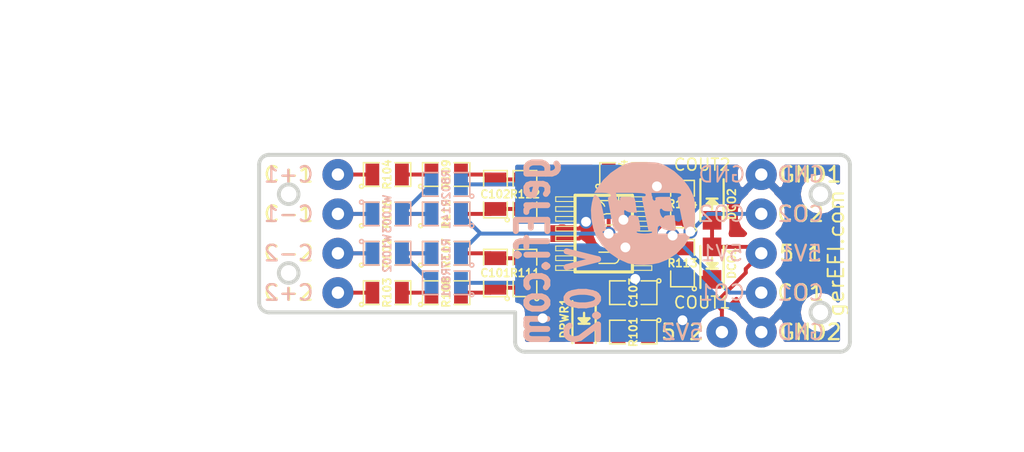
<source format=kicad_pcb>
(kicad_pcb (version 4) (host pcbnew 4.0.5)

  (general
    (links 0)
    (no_connects 0)
    (area 174.080714 108.839 241.082288 140.119101)
    (thickness 1.6)
    (drawings 41)
    (tracks 120)
    (zones 0)
    (modules 38)
    (nets 22)
  )

  (page A)
  (title_block
    (title "VR board")
    (date 2018-12-15)
    (rev R0.2)
    (company "gerEFI by DAECU")
  )

  (layers
    (0 F.Cu signal)
    (31 B.Cu signal)
    (32 B.Adhes user)
    (33 F.Adhes user)
    (34 B.Paste user)
    (35 F.Paste user)
    (36 B.SilkS user)
    (37 F.SilkS user)
    (38 B.Mask user)
    (39 F.Mask user)
    (40 Dwgs.User user)
    (41 Cmts.User user)
    (42 Eco1.User user)
    (43 Eco2.User user)
    (44 Edge.Cuts user)
  )

  (setup
    (last_trace_width 0.254)
    (user_trace_width 0.5)
    (user_trace_width 1.27)
    (trace_clearance 0.1778)
    (zone_clearance 0.508)
    (zone_45_only no)
    (trace_min 0.254)
    (segment_width 0.254)
    (edge_width 0.254)
    (via_size 0.889)
    (via_drill 0.635)
    (via_min_size 0.889)
    (via_min_drill 0.508)
    (uvia_size 0.508)
    (uvia_drill 0.127)
    (uvias_allowed no)
    (uvia_min_size 0.508)
    (uvia_min_drill 0.127)
    (pcb_text_width 0.4318)
    (pcb_text_size 1.524 2.032)
    (mod_edge_width 0.09906)
    (mod_text_size 1.524 1.524)
    (mod_text_width 0.254)
    (pad_size 0.35052 0.70104)
    (pad_drill 0.6)
    (pad_to_mask_clearance 0.254)
    (aux_axis_origin 0 0)
    (visible_elements 7FFFF77F)
    (pcbplotparams
      (layerselection 0x010f0_80000001)
      (usegerberextensions true)
      (excludeedgelayer true)
      (linewidth 0.150000)
      (plotframeref false)
      (viasonmask false)
      (mode 1)
      (useauxorigin false)
      (hpglpennumber 1)
      (hpglpenspeed 20)
      (hpglpendiameter 15)
      (hpglpenoverlay 2)
      (psnegative false)
      (psa4output false)
      (plotreference true)
      (plotvalue false)
      (plotinvisibletext false)
      (padsonsilk false)
      (subtractmaskfromsilk false)
      (outputformat 1)
      (mirror false)
      (drillshape 0)
      (scaleselection 1)
      (outputdirectory gerber))
  )

  (net 0 "")
  (net 1 /5V)
  (net 2 /CAM+)
  (net 3 /CAM-)
  (net 4 /CRK2+)
  (net 5 /CRK2-)
  (net 6 GND)
  (net 7 "Net-(C101-Pad1)")
  (net 8 "Net-(C101-Pad2)")
  (net 9 "Net-(C102-Pad1)")
  (net 10 "Net-(C102-Pad2)")
  (net 11 "Net-(R102-Pad2)")
  (net 12 "Net-(R103-Pad2)")
  (net 13 "Net-(R104-Pad2)")
  (net 14 "Net-(R106-Pad2)")
  (net 15 "Net-(R137-Pad2)")
  (net 16 "Net-(R141-Pad2)")
  (net 17 /Cout2)
  (net 18 /Cout1)
  (net 19 "Net-(DCO1-Pad1)")
  (net 20 "Net-(DCO2-Pad1)")
  (net 21 "Net-(DPWR1-Pad1)")

  (net_class Default "Это класс цепей по умолчанию."
    (clearance 0.1778)
    (trace_width 0.254)
    (via_dia 0.889)
    (via_drill 0.635)
    (uvia_dia 0.508)
    (uvia_drill 0.127)
    (add_net /5V)
    (add_net /CAM+)
    (add_net /CAM-)
    (add_net /CRK2+)
    (add_net /CRK2-)
    (add_net /Cout1)
    (add_net /Cout2)
    (add_net GND)
    (add_net "Net-(C101-Pad1)")
    (add_net "Net-(C101-Pad2)")
    (add_net "Net-(C102-Pad1)")
    (add_net "Net-(C102-Pad2)")
    (add_net "Net-(DCO1-Pad1)")
    (add_net "Net-(DCO2-Pad1)")
    (add_net "Net-(DPWR1-Pad1)")
    (add_net "Net-(R102-Pad2)")
    (add_net "Net-(R103-Pad2)")
    (add_net "Net-(R104-Pad2)")
    (add_net "Net-(R106-Pad2)")
    (add_net "Net-(R137-Pad2)")
    (add_net "Net-(R141-Pad2)")
  )

  (module LED_0805 (layer F.Cu) (tedit 5C152311) (tstamp 56D4E3F9)
    (at 217.17 125.095 90)
    (descr "LED 0805 smd package")
    (tags "LED 0805 SMD")
    (path /55237975)
    (attr smd)
    (fp_text reference DCO1 (at 0 1.27 90) (layer F.SilkS)
      (effects (font (size 0.508 0.508) (thickness 0.10922)))
    )
    (fp_text value LED-red (at 0 1.75 90) (layer F.Fab) hide
      (effects (font (size 1 1) (thickness 0.15)))
    )
    (fp_line (start -1.6 0.75) (end 1.1 0.75) (layer F.SilkS) (width 0.15))
    (fp_line (start -1.6 -0.75) (end 1.1 -0.75) (layer F.SilkS) (width 0.15))
    (fp_line (start -0.1 0.15) (end -0.1 -0.1) (layer F.SilkS) (width 0.15))
    (fp_line (start -0.1 -0.1) (end -0.25 0.05) (layer F.SilkS) (width 0.15))
    (fp_line (start -0.35 -0.35) (end -0.35 0.35) (layer F.SilkS) (width 0.15))
    (fp_line (start 0 0) (end 0.35 0) (layer F.SilkS) (width 0.15))
    (fp_line (start -0.35 0) (end 0 -0.35) (layer F.SilkS) (width 0.15))
    (fp_line (start 0 -0.35) (end 0 0.35) (layer F.SilkS) (width 0.15))
    (fp_line (start 0 0.35) (end -0.35 0) (layer F.SilkS) (width 0.15))
    (fp_line (start 1.9 -0.95) (end 1.9 0.95) (layer F.CrtYd) (width 0.05))
    (fp_line (start 1.9 0.95) (end -1.9 0.95) (layer F.CrtYd) (width 0.05))
    (fp_line (start -1.9 0.95) (end -1.9 -0.95) (layer F.CrtYd) (width 0.05))
    (fp_line (start -1.9 -0.95) (end 1.9 -0.95) (layer F.CrtYd) (width 0.05))
    (pad 2 smd rect (at 1.04902 0 270) (size 1.19888 1.19888) (layers F.Cu F.Paste F.Mask)
      (net 1 /5V))
    (pad 1 smd rect (at -1.04902 0 270) (size 1.19888 1.19888) (layers F.Cu F.Paste F.Mask)
      (net 19 "Net-(DCO1-Pad1)"))
    (model LEDs.3dshapes/LED_0805.wrl
      (at (xyz 0 0 0))
      (scale (xyz 1 1 1))
      (rotate (xyz 0 0 0))
    )
  )

  (module LED_0805 (layer F.Cu) (tedit 5C1632A3) (tstamp 5C14D4E9)
    (at 208.915 128.651 90)
    (descr "LED 0805 smd package")
    (tags "LED 0805 SMD")
    (path /5C14D6AC)
    (attr smd)
    (fp_text reference DPWR1 (at 0 -1.27 90) (layer F.SilkS)
      (effects (font (size 0.508 0.508) (thickness 0.10922)))
    )
    (fp_text value LED-red (at 0 1.75 90) (layer F.Fab) hide
      (effects (font (size 1 1) (thickness 0.15)))
    )
    (fp_line (start -1.6 0.75) (end 1.1 0.75) (layer F.SilkS) (width 0.15))
    (fp_line (start -1.6 -0.75) (end 1.1 -0.75) (layer F.SilkS) (width 0.15))
    (fp_line (start -0.1 0.15) (end -0.1 -0.1) (layer F.SilkS) (width 0.15))
    (fp_line (start -0.1 -0.1) (end -0.25 0.05) (layer F.SilkS) (width 0.15))
    (fp_line (start -0.35 -0.35) (end -0.35 0.35) (layer F.SilkS) (width 0.15))
    (fp_line (start 0 0) (end 0.35 0) (layer F.SilkS) (width 0.15))
    (fp_line (start -0.35 0) (end 0 -0.35) (layer F.SilkS) (width 0.15))
    (fp_line (start 0 -0.35) (end 0 0.35) (layer F.SilkS) (width 0.15))
    (fp_line (start 0 0.35) (end -0.35 0) (layer F.SilkS) (width 0.15))
    (fp_line (start 1.9 -0.95) (end 1.9 0.95) (layer F.CrtYd) (width 0.05))
    (fp_line (start 1.9 0.95) (end -1.9 0.95) (layer F.CrtYd) (width 0.05))
    (fp_line (start -1.9 0.95) (end -1.9 -0.95) (layer F.CrtYd) (width 0.05))
    (fp_line (start -1.9 -0.95) (end 1.9 -0.95) (layer F.CrtYd) (width 0.05))
    (pad 2 smd rect (at 1.04902 0 270) (size 1.19888 1.19888) (layers F.Cu F.Paste F.Mask)
      (net 1 /5V))
    (pad 1 smd rect (at -1.04902 0 270) (size 1.19888 1.19888) (layers F.Cu F.Paste F.Mask)
      (net 21 "Net-(DPWR1-Pad1)"))
    (model LEDs.3dshapes/LED_0805.wrl
      (at (xyz 0 0 0))
      (scale (xyz 1 1 1))
      (rotate (xyz 0 0 0))
    )
  )

  (module SM0805 placed (layer F.Cu) (tedit 5C14D305) (tstamp 5C14D4CC)
    (at 212.09 129.54 180)
    (path /5C14D89B)
    (attr smd)
    (fp_text reference R101 (at 0 0 270) (layer F.SilkS)
      (effects (font (size 0.50038 0.50038) (thickness 0.10922)))
    )
    (fp_text value 10k (at 0 0.381 180) (layer F.SilkS) hide
      (effects (font (size 0.50038 0.50038) (thickness 0.10922)))
    )
    (fp_circle (center -1.651 0.762) (end -1.651 0.635) (layer F.SilkS) (width 0.09906))
    (fp_line (start -0.508 0.762) (end -1.524 0.762) (layer F.SilkS) (width 0.09906))
    (fp_line (start -1.524 0.762) (end -1.524 -0.762) (layer F.SilkS) (width 0.09906))
    (fp_line (start -1.524 -0.762) (end -0.508 -0.762) (layer F.SilkS) (width 0.09906))
    (fp_line (start 0.508 -0.762) (end 1.524 -0.762) (layer F.SilkS) (width 0.09906))
    (fp_line (start 1.524 -0.762) (end 1.524 0.762) (layer F.SilkS) (width 0.09906))
    (fp_line (start 1.524 0.762) (end 0.508 0.762) (layer F.SilkS) (width 0.09906))
    (pad 1 smd rect (at -0.9525 0 180) (size 0.889 1.397) (layers F.Cu F.Paste F.Mask)
      (net 6 GND))
    (pad 2 smd rect (at 0.9525 0 180) (size 0.889 1.397) (layers F.Cu F.Paste F.Mask)
      (net 21 "Net-(DPWR1-Pad1)"))
    (model smd/chip_cms.wrl
      (at (xyz 0 0 0))
      (scale (xyz 0.1 0.1 0.1))
      (rotate (xyz 0 0 0))
    )
  )

  (module SM0805 placed (layer F.Cu) (tedit 56D4E61B) (tstamp 528A14D4)
    (at 203.2 125.73 90)
    (path /4AD9C851)
    (attr smd)
    (fp_text reference C101 (at 0 0 180) (layer F.SilkS)
      (effects (font (size 0.50038 0.50038) (thickness 0.10922)))
    )
    (fp_text value 1000pF (at 0 0.381 90) (layer F.SilkS) hide
      (effects (font (size 0.50038 0.50038) (thickness 0.10922)))
    )
    (fp_circle (center -1.651 0.762) (end -1.651 0.635) (layer F.SilkS) (width 0.09906))
    (fp_line (start -0.508 0.762) (end -1.524 0.762) (layer F.SilkS) (width 0.09906))
    (fp_line (start -1.524 0.762) (end -1.524 -0.762) (layer F.SilkS) (width 0.09906))
    (fp_line (start -1.524 -0.762) (end -0.508 -0.762) (layer F.SilkS) (width 0.09906))
    (fp_line (start 0.508 -0.762) (end 1.524 -0.762) (layer F.SilkS) (width 0.09906))
    (fp_line (start 1.524 -0.762) (end 1.524 0.762) (layer F.SilkS) (width 0.09906))
    (fp_line (start 1.524 0.762) (end 0.508 0.762) (layer F.SilkS) (width 0.09906))
    (pad 1 smd rect (at -0.9525 0 90) (size 0.889 1.397) (layers F.Cu F.Paste F.Mask)
      (net 7 "Net-(C101-Pad1)"))
    (pad 2 smd rect (at 0.9525 0 90) (size 0.889 1.397) (layers F.Cu F.Paste F.Mask)
      (net 8 "Net-(C101-Pad2)"))
    (model smd/chip_cms.wrl
      (at (xyz 0 0 0))
      (scale (xyz 0.1 0.1 0.1))
      (rotate (xyz 0 0 0))
    )
  )

  (module SM0805 placed (layer F.Cu) (tedit 56D4E61F) (tstamp 528A14E1)
    (at 203.2 120.65 90)
    (path /4AD9CD25)
    (attr smd)
    (fp_text reference C102 (at 0 0 180) (layer F.SilkS)
      (effects (font (size 0.50038 0.50038) (thickness 0.10922)))
    )
    (fp_text value 1000pF (at 0 0.381 90) (layer F.SilkS) hide
      (effects (font (size 0.50038 0.50038) (thickness 0.10922)))
    )
    (fp_circle (center -1.651 0.762) (end -1.651 0.635) (layer F.SilkS) (width 0.09906))
    (fp_line (start -0.508 0.762) (end -1.524 0.762) (layer F.SilkS) (width 0.09906))
    (fp_line (start -1.524 0.762) (end -1.524 -0.762) (layer F.SilkS) (width 0.09906))
    (fp_line (start -1.524 -0.762) (end -0.508 -0.762) (layer F.SilkS) (width 0.09906))
    (fp_line (start 0.508 -0.762) (end 1.524 -0.762) (layer F.SilkS) (width 0.09906))
    (fp_line (start 1.524 -0.762) (end 1.524 0.762) (layer F.SilkS) (width 0.09906))
    (fp_line (start 1.524 0.762) (end 0.508 0.762) (layer F.SilkS) (width 0.09906))
    (pad 1 smd rect (at -0.9525 0 90) (size 0.889 1.397) (layers F.Cu F.Paste F.Mask)
      (net 9 "Net-(C102-Pad1)"))
    (pad 2 smd rect (at 0.9525 0 90) (size 0.889 1.397) (layers F.Cu F.Paste F.Mask)
      (net 10 "Net-(C102-Pad2)"))
    (model smd/chip_cms.wrl
      (at (xyz 0 0 0))
      (scale (xyz 0.1 0.1 0.1))
      (rotate (xyz 0 0 0))
    )
  )

  (module SM0805 placed (layer F.Cu) (tedit 56D4E60A) (tstamp 528A14FA)
    (at 211.455 119.38)
    (path /50D6291F)
    (attr smd)
    (fp_text reference C104 (at 0 0 90) (layer F.SilkS)
      (effects (font (size 0.50038 0.50038) (thickness 0.10922)))
    )
    (fp_text value 0.1uF (at 0 0.381) (layer F.SilkS) hide
      (effects (font (size 0.50038 0.50038) (thickness 0.10922)))
    )
    (fp_circle (center -1.651 0.762) (end -1.651 0.635) (layer F.SilkS) (width 0.09906))
    (fp_line (start -0.508 0.762) (end -1.524 0.762) (layer F.SilkS) (width 0.09906))
    (fp_line (start -1.524 0.762) (end -1.524 -0.762) (layer F.SilkS) (width 0.09906))
    (fp_line (start -1.524 -0.762) (end -0.508 -0.762) (layer F.SilkS) (width 0.09906))
    (fp_line (start 0.508 -0.762) (end 1.524 -0.762) (layer F.SilkS) (width 0.09906))
    (fp_line (start 1.524 -0.762) (end 1.524 0.762) (layer F.SilkS) (width 0.09906))
    (fp_line (start 1.524 0.762) (end 0.508 0.762) (layer F.SilkS) (width 0.09906))
    (pad 1 smd rect (at -0.9525 0) (size 0.889 1.397) (layers F.Cu F.Paste F.Mask)
      (net 1 /5V))
    (pad 2 smd rect (at 0.9525 0) (size 0.889 1.397) (layers F.Cu F.Paste F.Mask)
      (net 6 GND))
    (model smd/chip_cms.wrl
      (at (xyz 0 0 0))
      (scale (xyz 0.1 0.1 0.1))
      (rotate (xyz 0 0 0))
    )
  )

  (module SM0805 placed (layer F.Cu) (tedit 56D4E511) (tstamp 529E9947)
    (at 196.215 124.46)
    (path /4E39E3A9)
    (attr smd)
    (fp_text reference R102 (at 0 0 90) (layer F.SilkS)
      (effects (font (size 0.50038 0.50038) (thickness 0.10922)))
    )
    (fp_text value 5k (at 0 0.381) (layer F.SilkS) hide
      (effects (font (size 0.50038 0.50038) (thickness 0.10922)))
    )
    (fp_circle (center -1.651 0.762) (end -1.651 0.635) (layer F.SilkS) (width 0.09906))
    (fp_line (start -0.508 0.762) (end -1.524 0.762) (layer F.SilkS) (width 0.09906))
    (fp_line (start -1.524 0.762) (end -1.524 -0.762) (layer F.SilkS) (width 0.09906))
    (fp_line (start -1.524 -0.762) (end -0.508 -0.762) (layer F.SilkS) (width 0.09906))
    (fp_line (start 0.508 -0.762) (end 1.524 -0.762) (layer F.SilkS) (width 0.09906))
    (fp_line (start 1.524 -0.762) (end 1.524 0.762) (layer F.SilkS) (width 0.09906))
    (fp_line (start 1.524 0.762) (end 0.508 0.762) (layer F.SilkS) (width 0.09906))
    (pad 1 smd rect (at -0.9525 0) (size 0.889 1.397) (layers F.Cu F.Paste F.Mask)
      (net 5 /CRK2-))
    (pad 2 smd rect (at 0.9525 0) (size 0.889 1.397) (layers F.Cu F.Paste F.Mask)
      (net 11 "Net-(R102-Pad2)"))
    (model smd/chip_cms.wrl
      (at (xyz 0 0 0))
      (scale (xyz 0.1 0.1 0.1))
      (rotate (xyz 0 0 0))
    )
  )

  (module SM0805 placed (layer F.Cu) (tedit 56D4E539) (tstamp 528A15A8)
    (at 196.215 127)
    (path /4E39E3A5)
    (attr smd)
    (fp_text reference R103 (at 0 0 90) (layer F.SilkS)
      (effects (font (size 0.50038 0.50038) (thickness 0.10922)))
    )
    (fp_text value 5k (at 0 0.381) (layer F.SilkS) hide
      (effects (font (size 0.50038 0.50038) (thickness 0.10922)))
    )
    (fp_circle (center -1.651 0.762) (end -1.651 0.635) (layer F.SilkS) (width 0.09906))
    (fp_line (start -0.508 0.762) (end -1.524 0.762) (layer F.SilkS) (width 0.09906))
    (fp_line (start -1.524 0.762) (end -1.524 -0.762) (layer F.SilkS) (width 0.09906))
    (fp_line (start -1.524 -0.762) (end -0.508 -0.762) (layer F.SilkS) (width 0.09906))
    (fp_line (start 0.508 -0.762) (end 1.524 -0.762) (layer F.SilkS) (width 0.09906))
    (fp_line (start 1.524 -0.762) (end 1.524 0.762) (layer F.SilkS) (width 0.09906))
    (fp_line (start 1.524 0.762) (end 0.508 0.762) (layer F.SilkS) (width 0.09906))
    (pad 1 smd rect (at -0.9525 0) (size 0.889 1.397) (layers F.Cu F.Paste F.Mask)
      (net 4 /CRK2+))
    (pad 2 smd rect (at 0.9525 0) (size 0.889 1.397) (layers F.Cu F.Paste F.Mask)
      (net 12 "Net-(R103-Pad2)"))
    (model smd/chip_cms.wrl
      (at (xyz 0 0 0))
      (scale (xyz 0.1 0.1 0.1))
      (rotate (xyz 0 0 0))
    )
  )

  (module SM0805 placed (layer F.Cu) (tedit 56D4E55C) (tstamp 528A15B5)
    (at 196.215 119.38)
    (path /4E39E39B)
    (attr smd)
    (fp_text reference R104 (at 0 0 90) (layer F.SilkS)
      (effects (font (size 0.50038 0.50038) (thickness 0.10922)))
    )
    (fp_text value 5k (at 0 0.381) (layer F.SilkS) hide
      (effects (font (size 0.50038 0.50038) (thickness 0.10922)))
    )
    (fp_circle (center -1.651 0.762) (end -1.651 0.635) (layer F.SilkS) (width 0.09906))
    (fp_line (start -0.508 0.762) (end -1.524 0.762) (layer F.SilkS) (width 0.09906))
    (fp_line (start -1.524 0.762) (end -1.524 -0.762) (layer F.SilkS) (width 0.09906))
    (fp_line (start -1.524 -0.762) (end -0.508 -0.762) (layer F.SilkS) (width 0.09906))
    (fp_line (start 0.508 -0.762) (end 1.524 -0.762) (layer F.SilkS) (width 0.09906))
    (fp_line (start 1.524 -0.762) (end 1.524 0.762) (layer F.SilkS) (width 0.09906))
    (fp_line (start 1.524 0.762) (end 0.508 0.762) (layer F.SilkS) (width 0.09906))
    (pad 1 smd rect (at -0.9525 0) (size 0.889 1.397) (layers F.Cu F.Paste F.Mask)
      (net 2 /CAM+))
    (pad 2 smd rect (at 0.9525 0) (size 0.889 1.397) (layers F.Cu F.Paste F.Mask)
      (net 13 "Net-(R104-Pad2)"))
    (model smd/chip_cms.wrl
      (at (xyz 0 0 0))
      (scale (xyz 0.1 0.1 0.1))
      (rotate (xyz 0 0 0))
    )
  )

  (module SM0805 (layer F.Cu) (tedit 56D4E74E) (tstamp 528A15CF)
    (at 196.215 121.92)
    (path /4E39E39D)
    (attr smd)
    (fp_text reference R106 (at 0 0 90) (layer F.SilkS)
      (effects (font (size 0.50038 0.50038) (thickness 0.10922)))
    )
    (fp_text value 5k (at 0 0.381) (layer F.SilkS) hide
      (effects (font (size 0.50038 0.50038) (thickness 0.10922)))
    )
    (fp_circle (center -1.651 0.762) (end -1.651 0.635) (layer F.SilkS) (width 0.09906))
    (fp_line (start -0.508 0.762) (end -1.524 0.762) (layer F.SilkS) (width 0.09906))
    (fp_line (start -1.524 0.762) (end -1.524 -0.762) (layer F.SilkS) (width 0.09906))
    (fp_line (start -1.524 -0.762) (end -0.508 -0.762) (layer F.SilkS) (width 0.09906))
    (fp_line (start 0.508 -0.762) (end 1.524 -0.762) (layer F.SilkS) (width 0.09906))
    (fp_line (start 1.524 -0.762) (end 1.524 0.762) (layer F.SilkS) (width 0.09906))
    (fp_line (start 1.524 0.762) (end 0.508 0.762) (layer F.SilkS) (width 0.09906))
    (pad 1 smd rect (at -0.9525 0) (size 0.889 1.397) (layers F.Cu F.Paste F.Mask)
      (net 3 /CAM-))
    (pad 2 smd rect (at 0.9525 0) (size 0.889 1.397) (layers F.Cu F.Paste F.Mask)
      (net 14 "Net-(R106-Pad2)"))
    (model smd/chip_cms.wrl
      (at (xyz 0 0 0))
      (scale (xyz 0.1 0.1 0.1))
      (rotate (xyz 0 0 0))
    )
  )

  (module SM0805 placed (layer F.Cu) (tedit 56D4E519) (tstamp 528A15DC)
    (at 200.025 124.46)
    (path /4E39E3AD)
    (attr smd)
    (fp_text reference R107 (at 0 0 90) (layer F.SilkS)
      (effects (font (size 0.50038 0.50038) (thickness 0.10922)))
    )
    (fp_text value 5k (at 0 0.381) (layer F.SilkS) hide
      (effects (font (size 0.50038 0.50038) (thickness 0.10922)))
    )
    (fp_circle (center -1.651 0.762) (end -1.651 0.635) (layer F.SilkS) (width 0.09906))
    (fp_line (start -0.508 0.762) (end -1.524 0.762) (layer F.SilkS) (width 0.09906))
    (fp_line (start -1.524 0.762) (end -1.524 -0.762) (layer F.SilkS) (width 0.09906))
    (fp_line (start -1.524 -0.762) (end -0.508 -0.762) (layer F.SilkS) (width 0.09906))
    (fp_line (start 0.508 -0.762) (end 1.524 -0.762) (layer F.SilkS) (width 0.09906))
    (fp_line (start 1.524 -0.762) (end 1.524 0.762) (layer F.SilkS) (width 0.09906))
    (fp_line (start 1.524 0.762) (end 0.508 0.762) (layer F.SilkS) (width 0.09906))
    (pad 1 smd rect (at -0.9525 0) (size 0.889 1.397) (layers F.Cu F.Paste F.Mask)
      (net 11 "Net-(R102-Pad2)"))
    (pad 2 smd rect (at 0.9525 0) (size 0.889 1.397) (layers F.Cu F.Paste F.Mask)
      (net 8 "Net-(C101-Pad2)"))
    (model smd/chip_cms.wrl
      (at (xyz 0 0 0))
      (scale (xyz 0.1 0.1 0.1))
      (rotate (xyz 0 0 0))
    )
  )

  (module SM0805 placed (layer F.Cu) (tedit 56D4E554) (tstamp 528A15E9)
    (at 200.025 127)
    (path /4E39E3A0)
    (attr smd)
    (fp_text reference R108 (at 0 0 90) (layer F.SilkS)
      (effects (font (size 0.50038 0.50038) (thickness 0.10922)))
    )
    (fp_text value 5k (at 0 0.381) (layer F.SilkS) hide
      (effects (font (size 0.50038 0.50038) (thickness 0.10922)))
    )
    (fp_circle (center -1.651 0.762) (end -1.651 0.635) (layer F.SilkS) (width 0.09906))
    (fp_line (start -0.508 0.762) (end -1.524 0.762) (layer F.SilkS) (width 0.09906))
    (fp_line (start -1.524 0.762) (end -1.524 -0.762) (layer F.SilkS) (width 0.09906))
    (fp_line (start -1.524 -0.762) (end -0.508 -0.762) (layer F.SilkS) (width 0.09906))
    (fp_line (start 0.508 -0.762) (end 1.524 -0.762) (layer F.SilkS) (width 0.09906))
    (fp_line (start 1.524 -0.762) (end 1.524 0.762) (layer F.SilkS) (width 0.09906))
    (fp_line (start 1.524 0.762) (end 0.508 0.762) (layer F.SilkS) (width 0.09906))
    (pad 1 smd rect (at -0.9525 0) (size 0.889 1.397) (layers F.Cu F.Paste F.Mask)
      (net 12 "Net-(R103-Pad2)"))
    (pad 2 smd rect (at 0.9525 0) (size 0.889 1.397) (layers F.Cu F.Paste F.Mask)
      (net 7 "Net-(C101-Pad1)"))
    (model smd/chip_cms.wrl
      (at (xyz 0 0 0))
      (scale (xyz 0.1 0.1 0.1))
      (rotate (xyz 0 0 0))
    )
  )

  (module SM0805 placed (layer F.Cu) (tedit 56D4E756) (tstamp 528A15F6)
    (at 200.025 119.38)
    (path /4E39E396)
    (attr smd)
    (fp_text reference R109 (at 0 0 90) (layer F.SilkS)
      (effects (font (size 0.50038 0.50038) (thickness 0.10922)))
    )
    (fp_text value 5k (at 0 0.381) (layer F.SilkS) hide
      (effects (font (size 0.50038 0.50038) (thickness 0.10922)))
    )
    (fp_circle (center -1.651 0.762) (end -1.651 0.635) (layer F.SilkS) (width 0.09906))
    (fp_line (start -0.508 0.762) (end -1.524 0.762) (layer F.SilkS) (width 0.09906))
    (fp_line (start -1.524 0.762) (end -1.524 -0.762) (layer F.SilkS) (width 0.09906))
    (fp_line (start -1.524 -0.762) (end -0.508 -0.762) (layer F.SilkS) (width 0.09906))
    (fp_line (start 0.508 -0.762) (end 1.524 -0.762) (layer F.SilkS) (width 0.09906))
    (fp_line (start 1.524 -0.762) (end 1.524 0.762) (layer F.SilkS) (width 0.09906))
    (fp_line (start 1.524 0.762) (end 0.508 0.762) (layer F.SilkS) (width 0.09906))
    (pad 1 smd rect (at -0.9525 0) (size 0.889 1.397) (layers F.Cu F.Paste F.Mask)
      (net 13 "Net-(R104-Pad2)"))
    (pad 2 smd rect (at 0.9525 0) (size 0.889 1.397) (layers F.Cu F.Paste F.Mask)
      (net 10 "Net-(C102-Pad2)"))
    (model smd/chip_cms.wrl
      (at (xyz 0 0 0))
      (scale (xyz 0.1 0.1 0.1))
      (rotate (xyz 0 0 0))
    )
  )

  (module SM0805 placed (layer F.Cu) (tedit 56D4E74C) (tstamp 528A1603)
    (at 200.025 121.92)
    (path /4E39E393)
    (attr smd)
    (fp_text reference R110 (at 0 0 90) (layer F.SilkS)
      (effects (font (size 0.50038 0.50038) (thickness 0.10922)))
    )
    (fp_text value 5k (at 0 0.381) (layer F.SilkS) hide
      (effects (font (size 0.50038 0.50038) (thickness 0.10922)))
    )
    (fp_circle (center -1.651 0.762) (end -1.651 0.635) (layer F.SilkS) (width 0.09906))
    (fp_line (start -0.508 0.762) (end -1.524 0.762) (layer F.SilkS) (width 0.09906))
    (fp_line (start -1.524 0.762) (end -1.524 -0.762) (layer F.SilkS) (width 0.09906))
    (fp_line (start -1.524 -0.762) (end -0.508 -0.762) (layer F.SilkS) (width 0.09906))
    (fp_line (start 0.508 -0.762) (end 1.524 -0.762) (layer F.SilkS) (width 0.09906))
    (fp_line (start 1.524 -0.762) (end 1.524 0.762) (layer F.SilkS) (width 0.09906))
    (fp_line (start 1.524 0.762) (end 0.508 0.762) (layer F.SilkS) (width 0.09906))
    (pad 1 smd rect (at -0.9525 0) (size 0.889 1.397) (layers F.Cu F.Paste F.Mask)
      (net 14 "Net-(R106-Pad2)"))
    (pad 2 smd rect (at 0.9525 0) (size 0.889 1.397) (layers F.Cu F.Paste F.Mask)
      (net 9 "Net-(C102-Pad1)"))
    (model smd/chip_cms.wrl
      (at (xyz 0 0 0))
      (scale (xyz 0.1 0.1 0.1))
      (rotate (xyz 0 0 0))
    )
  )

  (module SM0805 placed (layer F.Cu) (tedit 56D4E615) (tstamp 529E99E5)
    (at 205.105 125.73 90)
    (path /4E39E390)
    (attr smd)
    (fp_text reference R111 (at 0 0 180) (layer F.SilkS)
      (effects (font (size 0.50038 0.50038) (thickness 0.10922)))
    )
    (fp_text value 5k (at 0 0.381 90) (layer F.SilkS) hide
      (effects (font (size 0.50038 0.50038) (thickness 0.10922)))
    )
    (fp_circle (center -1.651 0.762) (end -1.651 0.635) (layer F.SilkS) (width 0.09906))
    (fp_line (start -0.508 0.762) (end -1.524 0.762) (layer F.SilkS) (width 0.09906))
    (fp_line (start -1.524 0.762) (end -1.524 -0.762) (layer F.SilkS) (width 0.09906))
    (fp_line (start -1.524 -0.762) (end -0.508 -0.762) (layer F.SilkS) (width 0.09906))
    (fp_line (start 0.508 -0.762) (end 1.524 -0.762) (layer F.SilkS) (width 0.09906))
    (fp_line (start 1.524 -0.762) (end 1.524 0.762) (layer F.SilkS) (width 0.09906))
    (fp_line (start 1.524 0.762) (end 0.508 0.762) (layer F.SilkS) (width 0.09906))
    (pad 1 smd rect (at -0.9525 0 90) (size 0.889 1.397) (layers F.Cu F.Paste F.Mask)
      (net 7 "Net-(C101-Pad1)"))
    (pad 2 smd rect (at 0.9525 0 90) (size 0.889 1.397) (layers F.Cu F.Paste F.Mask)
      (net 8 "Net-(C101-Pad2)"))
    (model smd/chip_cms.wrl
      (at (xyz 0 0 0))
      (scale (xyz 0.1 0.1 0.1))
      (rotate (xyz 0 0 0))
    )
  )

  (module SM0805 placed (layer F.Cu) (tedit 56D4E624) (tstamp 528A161D)
    (at 205.105 120.65 90)
    (path /4E39E38D)
    (attr smd)
    (fp_text reference R112 (at 0 0 180) (layer F.SilkS)
      (effects (font (size 0.50038 0.50038) (thickness 0.10922)))
    )
    (fp_text value 5k (at 0 0.381 90) (layer F.SilkS) hide
      (effects (font (size 0.50038 0.50038) (thickness 0.10922)))
    )
    (fp_circle (center -1.651 0.762) (end -1.651 0.635) (layer F.SilkS) (width 0.09906))
    (fp_line (start -0.508 0.762) (end -1.524 0.762) (layer F.SilkS) (width 0.09906))
    (fp_line (start -1.524 0.762) (end -1.524 -0.762) (layer F.SilkS) (width 0.09906))
    (fp_line (start -1.524 -0.762) (end -0.508 -0.762) (layer F.SilkS) (width 0.09906))
    (fp_line (start 0.508 -0.762) (end 1.524 -0.762) (layer F.SilkS) (width 0.09906))
    (fp_line (start 1.524 -0.762) (end 1.524 0.762) (layer F.SilkS) (width 0.09906))
    (fp_line (start 1.524 0.762) (end 0.508 0.762) (layer F.SilkS) (width 0.09906))
    (pad 1 smd rect (at -0.9525 0 90) (size 0.889 1.397) (layers F.Cu F.Paste F.Mask)
      (net 9 "Net-(C102-Pad1)"))
    (pad 2 smd rect (at 0.9525 0 90) (size 0.889 1.397) (layers F.Cu F.Paste F.Mask)
      (net 10 "Net-(C102-Pad2)"))
    (model smd/chip_cms.wrl
      (at (xyz 0 0 0))
      (scale (xyz 0.1 0.1 0.1))
      (rotate (xyz 0 0 0))
    )
  )

  (module SM0805 placed (layer F.Cu) (tedit 56D4E70D) (tstamp 52E1E98D)
    (at 215.265 125.095 90)
    (path /4AD9C75B)
    (attr smd)
    (fp_text reference R113 (at 0 0 180) (layer F.SilkS)
      (effects (font (size 0.50038 0.50038) (thickness 0.10922)))
    )
    (fp_text value 10k (at 0 0.381 90) (layer F.SilkS) hide
      (effects (font (size 0.50038 0.50038) (thickness 0.10922)))
    )
    (fp_circle (center -1.651 0.762) (end -1.651 0.635) (layer F.SilkS) (width 0.09906))
    (fp_line (start -0.508 0.762) (end -1.524 0.762) (layer F.SilkS) (width 0.09906))
    (fp_line (start -1.524 0.762) (end -1.524 -0.762) (layer F.SilkS) (width 0.09906))
    (fp_line (start -1.524 -0.762) (end -0.508 -0.762) (layer F.SilkS) (width 0.09906))
    (fp_line (start 0.508 -0.762) (end 1.524 -0.762) (layer F.SilkS) (width 0.09906))
    (fp_line (start 1.524 -0.762) (end 1.524 0.762) (layer F.SilkS) (width 0.09906))
    (fp_line (start 1.524 0.762) (end 0.508 0.762) (layer F.SilkS) (width 0.09906))
    (pad 1 smd rect (at -0.9525 0 90) (size 0.889 1.397) (layers F.Cu F.Paste F.Mask)
      (net 19 "Net-(DCO1-Pad1)"))
    (pad 2 smd rect (at 0.9525 0 90) (size 0.889 1.397) (layers F.Cu F.Paste F.Mask)
      (net 18 /Cout1))
    (model smd/chip_cms.wrl
      (at (xyz 0 0 0))
      (scale (xyz 0.1 0.1 0.1))
      (rotate (xyz 0 0 0))
    )
  )

  (module SM0805 placed (layer F.Cu) (tedit 56D4E710) (tstamp 528A1637)
    (at 215.265 121.285 90)
    (path /5101D08D)
    (attr smd)
    (fp_text reference R114 (at 0 0 180) (layer F.SilkS)
      (effects (font (size 0.50038 0.50038) (thickness 0.10922)))
    )
    (fp_text value 10k (at 0 0.381 90) (layer F.SilkS) hide
      (effects (font (size 0.50038 0.50038) (thickness 0.10922)))
    )
    (fp_circle (center -1.651 0.762) (end -1.651 0.635) (layer F.SilkS) (width 0.09906))
    (fp_line (start -0.508 0.762) (end -1.524 0.762) (layer F.SilkS) (width 0.09906))
    (fp_line (start -1.524 0.762) (end -1.524 -0.762) (layer F.SilkS) (width 0.09906))
    (fp_line (start -1.524 -0.762) (end -0.508 -0.762) (layer F.SilkS) (width 0.09906))
    (fp_line (start 0.508 -0.762) (end 1.524 -0.762) (layer F.SilkS) (width 0.09906))
    (fp_line (start 1.524 -0.762) (end 1.524 0.762) (layer F.SilkS) (width 0.09906))
    (fp_line (start 1.524 0.762) (end 0.508 0.762) (layer F.SilkS) (width 0.09906))
    (pad 1 smd rect (at -0.9525 0 90) (size 0.889 1.397) (layers F.Cu F.Paste F.Mask)
      (net 17 /Cout2))
    (pad 2 smd rect (at 0.9525 0 90) (size 0.889 1.397) (layers F.Cu F.Paste F.Mask)
      (net 20 "Net-(DCO2-Pad1)"))
    (model smd/chip_cms.wrl
      (at (xyz 0 0 0))
      (scale (xyz 0.1 0.1 0.1))
      (rotate (xyz 0 0 0))
    )
  )

  (module maxim-10-QSOP16 placed (layer F.Cu) (tedit 529E9A8F) (tstamp 529C9412)
    (at 210.185 123.19 90)
    (descr "SMALL OUTLINE PACKAGE")
    (tags "SMALL OUTLINE PACKAGE")
    (path /4BF90B79)
    (attr smd)
    (fp_text reference U101 (at 0.254 0.381 90) (layer F.SilkS)
      (effects (font (size 1.27 1.27) (thickness 0.0889)))
    )
    (fp_text value MAX9926/9927 (at -3.45186 -0.97028 180) (layer F.SilkS) hide
      (effects (font (size 1.27 1.27) (thickness 0.0889)))
    )
    (fp_line (start -2.37236 3.0988) (end -2.0701 3.0988) (layer F.SilkS) (width 0.06604))
    (fp_line (start -2.0701 3.0988) (end -2.0701 1.79832) (layer F.SilkS) (width 0.06604))
    (fp_line (start -2.37236 1.79832) (end -2.0701 1.79832) (layer F.SilkS) (width 0.06604))
    (fp_line (start -2.37236 3.0988) (end -2.37236 1.79832) (layer F.SilkS) (width 0.06604))
    (fp_line (start -1.73736 3.0988) (end -1.4351 3.0988) (layer F.SilkS) (width 0.06604))
    (fp_line (start -1.4351 3.0988) (end -1.4351 1.79832) (layer F.SilkS) (width 0.06604))
    (fp_line (start -1.73736 1.79832) (end -1.4351 1.79832) (layer F.SilkS) (width 0.06604))
    (fp_line (start -1.73736 3.0988) (end -1.73736 1.79832) (layer F.SilkS) (width 0.06604))
    (fp_line (start -1.10236 3.0988) (end -0.8001 3.0988) (layer F.SilkS) (width 0.06604))
    (fp_line (start -0.8001 3.0988) (end -0.8001 1.79832) (layer F.SilkS) (width 0.06604))
    (fp_line (start -1.10236 1.79832) (end -0.8001 1.79832) (layer F.SilkS) (width 0.06604))
    (fp_line (start -1.10236 3.0988) (end -1.10236 1.79832) (layer F.SilkS) (width 0.06604))
    (fp_line (start -0.46736 3.0988) (end -0.1651 3.0988) (layer F.SilkS) (width 0.06604))
    (fp_line (start -0.1651 3.0988) (end -0.1651 1.79832) (layer F.SilkS) (width 0.06604))
    (fp_line (start -0.46736 1.79832) (end -0.1651 1.79832) (layer F.SilkS) (width 0.06604))
    (fp_line (start -0.46736 3.0988) (end -0.46736 1.79832) (layer F.SilkS) (width 0.06604))
    (fp_line (start 0.1651 3.0988) (end 0.46736 3.0988) (layer F.SilkS) (width 0.06604))
    (fp_line (start 0.46736 3.0988) (end 0.46736 1.79832) (layer F.SilkS) (width 0.06604))
    (fp_line (start 0.1651 1.79832) (end 0.46736 1.79832) (layer F.SilkS) (width 0.06604))
    (fp_line (start 0.1651 3.0988) (end 0.1651 1.79832) (layer F.SilkS) (width 0.06604))
    (fp_line (start 0.8001 3.0988) (end 1.10236 3.0988) (layer F.SilkS) (width 0.06604))
    (fp_line (start 1.10236 3.0988) (end 1.10236 1.79832) (layer F.SilkS) (width 0.06604))
    (fp_line (start 0.8001 1.79832) (end 1.10236 1.79832) (layer F.SilkS) (width 0.06604))
    (fp_line (start 0.8001 3.0988) (end 0.8001 1.79832) (layer F.SilkS) (width 0.06604))
    (fp_line (start 1.4351 3.0988) (end 1.73736 3.0988) (layer F.SilkS) (width 0.06604))
    (fp_line (start 1.73736 3.0988) (end 1.73736 1.79832) (layer F.SilkS) (width 0.06604))
    (fp_line (start 1.4351 1.79832) (end 1.73736 1.79832) (layer F.SilkS) (width 0.06604))
    (fp_line (start 1.4351 3.0988) (end 1.4351 1.79832) (layer F.SilkS) (width 0.06604))
    (fp_line (start 2.0701 3.0988) (end 2.37236 3.0988) (layer F.SilkS) (width 0.06604))
    (fp_line (start 2.37236 3.0988) (end 2.37236 1.79832) (layer F.SilkS) (width 0.06604))
    (fp_line (start 2.0701 1.79832) (end 2.37236 1.79832) (layer F.SilkS) (width 0.06604))
    (fp_line (start 2.0701 3.0988) (end 2.0701 1.79832) (layer F.SilkS) (width 0.06604))
    (fp_line (start 2.0701 -1.79832) (end 2.37236 -1.79832) (layer F.SilkS) (width 0.06604))
    (fp_line (start 2.37236 -1.79832) (end 2.37236 -3.0988) (layer F.SilkS) (width 0.06604))
    (fp_line (start 2.0701 -3.0988) (end 2.37236 -3.0988) (layer F.SilkS) (width 0.06604))
    (fp_line (start 2.0701 -1.79832) (end 2.0701 -3.0988) (layer F.SilkS) (width 0.06604))
    (fp_line (start 1.4351 -1.79832) (end 1.73736 -1.79832) (layer F.SilkS) (width 0.06604))
    (fp_line (start 1.73736 -1.79832) (end 1.73736 -3.0988) (layer F.SilkS) (width 0.06604))
    (fp_line (start 1.4351 -3.0988) (end 1.73736 -3.0988) (layer F.SilkS) (width 0.06604))
    (fp_line (start 1.4351 -1.79832) (end 1.4351 -3.0988) (layer F.SilkS) (width 0.06604))
    (fp_line (start 0.8001 -1.79832) (end 1.10236 -1.79832) (layer F.SilkS) (width 0.06604))
    (fp_line (start 1.10236 -1.79832) (end 1.10236 -3.0988) (layer F.SilkS) (width 0.06604))
    (fp_line (start 0.8001 -3.0988) (end 1.10236 -3.0988) (layer F.SilkS) (width 0.06604))
    (fp_line (start 0.8001 -1.79832) (end 0.8001 -3.0988) (layer F.SilkS) (width 0.06604))
    (fp_line (start 0.1651 -1.79832) (end 0.46736 -1.79832) (layer F.SilkS) (width 0.06604))
    (fp_line (start 0.46736 -1.79832) (end 0.46736 -3.0988) (layer F.SilkS) (width 0.06604))
    (fp_line (start 0.1651 -3.0988) (end 0.46736 -3.0988) (layer F.SilkS) (width 0.06604))
    (fp_line (start 0.1651 -1.79832) (end 0.1651 -3.0988) (layer F.SilkS) (width 0.06604))
    (fp_line (start -0.46736 -1.79832) (end -0.1651 -1.79832) (layer F.SilkS) (width 0.06604))
    (fp_line (start -0.1651 -1.79832) (end -0.1651 -3.0988) (layer F.SilkS) (width 0.06604))
    (fp_line (start -0.46736 -3.0988) (end -0.1651 -3.0988) (layer F.SilkS) (width 0.06604))
    (fp_line (start -0.46736 -1.79832) (end -0.46736 -3.0988) (layer F.SilkS) (width 0.06604))
    (fp_line (start -1.10236 -1.79832) (end -0.8001 -1.79832) (layer F.SilkS) (width 0.06604))
    (fp_line (start -0.8001 -1.79832) (end -0.8001 -3.0988) (layer F.SilkS) (width 0.06604))
    (fp_line (start -1.10236 -3.0988) (end -0.8001 -3.0988) (layer F.SilkS) (width 0.06604))
    (fp_line (start -1.10236 -1.79832) (end -1.10236 -3.0988) (layer F.SilkS) (width 0.06604))
    (fp_line (start -1.73736 -1.79832) (end -1.4351 -1.79832) (layer F.SilkS) (width 0.06604))
    (fp_line (start -1.4351 -1.79832) (end -1.4351 -3.0988) (layer F.SilkS) (width 0.06604))
    (fp_line (start -1.73736 -3.0988) (end -1.4351 -3.0988) (layer F.SilkS) (width 0.06604))
    (fp_line (start -1.73736 -1.79832) (end -1.73736 -3.0988) (layer F.SilkS) (width 0.06604))
    (fp_line (start -2.37236 -1.79832) (end -2.0701 -1.79832) (layer F.SilkS) (width 0.06604))
    (fp_line (start -2.0701 -1.79832) (end -2.0701 -3.0988) (layer F.SilkS) (width 0.06604))
    (fp_line (start -2.37236 -3.0988) (end -2.0701 -3.0988) (layer F.SilkS) (width 0.06604))
    (fp_line (start -2.37236 -1.79832) (end -2.37236 -3.0988) (layer F.SilkS) (width 0.06604))
    (fp_line (start -2.46888 1.84912) (end -2.46888 -1.84912) (layer F.SilkS) (width 0.2032))
    (fp_line (start 2.46888 -1.84912) (end 2.46888 1.84912) (layer F.SilkS) (width 0.2032))
    (fp_line (start -2.46888 1.84912) (end 2.46888 1.84912) (layer F.SilkS) (width 0.2032))
    (fp_line (start 2.46888 -1.84912) (end -2.46888 -1.84912) (layer F.SilkS) (width 0.2032))
    (fp_circle (center -1.64846 1.04902) (end -1.79832 1.19888) (layer F.SilkS) (width 0.00254))
    (pad 1 smd rect (at -2.2225 2.68986 90) (size 0.44958 1.4986) (layers F.Cu F.Paste F.Mask)
      (net 6 GND))
    (pad 2 smd rect (at -1.5875 2.68986 90) (size 0.44958 1.4986) (layers F.Cu F.Paste F.Mask))
    (pad 3 smd rect (at -0.9525 2.68986 90) (size 0.44958 1.4986) (layers F.Cu F.Paste F.Mask)
      (net 6 GND))
    (pad 4 smd rect (at -0.3175 2.68986 90) (size 0.44958 1.4986) (layers F.Cu F.Paste F.Mask)
      (net 18 /Cout1))
    (pad 5 smd rect (at 0.3175 2.68986 90) (size 0.44958 1.4986) (layers F.Cu F.Paste F.Mask)
      (net 17 /Cout2))
    (pad 6 smd rect (at 0.9525 2.68986 90) (size 0.44958 1.4986) (layers F.Cu F.Paste F.Mask)
      (net 6 GND))
    (pad 7 smd rect (at 1.5875 2.68986 90) (size 0.44958 1.4986) (layers F.Cu F.Paste F.Mask))
    (pad 8 smd rect (at 2.2225 2.68986 90) (size 0.44958 1.4986) (layers F.Cu F.Paste F.Mask)
      (net 6 GND))
    (pad 9 smd rect (at 2.2225 -2.68986 90) (size 0.44958 1.4986) (layers F.Cu F.Paste F.Mask)
      (net 10 "Net-(C102-Pad2)"))
    (pad 10 smd rect (at 1.5875 -2.68986 90) (size 0.44958 1.4986) (layers F.Cu F.Paste F.Mask)
      (net 9 "Net-(C102-Pad1)"))
    (pad 11 smd rect (at 0.9525 -2.68986 90) (size 0.44958 1.4986) (layers F.Cu F.Paste F.Mask)
      (net 6 GND))
    (pad 12 smd rect (at 0.3175 -2.68986 90) (size 0.44958 1.4986) (layers F.Cu F.Paste F.Mask)
      (net 6 GND))
    (pad 13 smd rect (at -0.3175 -2.68986 90) (size 0.44958 1.4986) (layers F.Cu F.Paste F.Mask)
      (net 6 GND))
    (pad 14 smd rect (at -0.9525 -2.68986 90) (size 0.44958 1.4986) (layers F.Cu F.Paste F.Mask)
      (net 1 /5V))
    (pad 15 smd rect (at -1.5875 -2.68986 90) (size 0.44958 1.4986) (layers F.Cu F.Paste F.Mask)
      (net 8 "Net-(C101-Pad2)"))
    (pad 16 smd rect (at -2.2225 -2.68986 90) (size 0.44958 1.4986) (layers F.Cu F.Paste F.Mask)
      (net 7 "Net-(C101-Pad1)"))
    (model smd/smd_dil/ssop-16.wrl
      (at (xyz 0 0 0))
      (scale (xyz 1 1 1))
      (rotate (xyz 0 0 0))
    )
  )

  (module SM0805 (layer F.Cu) (tedit 56D4E60F) (tstamp 528A14ED)
    (at 212.09 127 180)
    (path /4AD9CB8E)
    (attr smd)
    (fp_text reference C103 (at 0 0 270) (layer F.SilkS)
      (effects (font (size 0.50038 0.50038) (thickness 0.10922)))
    )
    (fp_text value 10uF (at 0 0.381 180) (layer F.SilkS) hide
      (effects (font (size 0.50038 0.50038) (thickness 0.10922)))
    )
    (fp_circle (center -1.651 0.762) (end -1.651 0.635) (layer F.SilkS) (width 0.09906))
    (fp_line (start -0.508 0.762) (end -1.524 0.762) (layer F.SilkS) (width 0.09906))
    (fp_line (start -1.524 0.762) (end -1.524 -0.762) (layer F.SilkS) (width 0.09906))
    (fp_line (start -1.524 -0.762) (end -0.508 -0.762) (layer F.SilkS) (width 0.09906))
    (fp_line (start 0.508 -0.762) (end 1.524 -0.762) (layer F.SilkS) (width 0.09906))
    (fp_line (start 1.524 -0.762) (end 1.524 0.762) (layer F.SilkS) (width 0.09906))
    (fp_line (start 1.524 0.762) (end 0.508 0.762) (layer F.SilkS) (width 0.09906))
    (pad 1 smd rect (at -0.9525 0 180) (size 0.889 1.397) (layers F.Cu F.Paste F.Mask)
      (net 6 GND))
    (pad 2 smd rect (at 0.9525 0 180) (size 0.889 1.397) (layers F.Cu F.Paste F.Mask)
      (net 1 /5V))
    (model smd/chip_cms.wrl
      (at (xyz 0 0 0))
      (scale (xyz 0.1 0.1 0.1))
      (rotate (xyz 0 0 0))
    )
  )

  (module SM0805 placed (layer B.Cu) (tedit 56D4E0BE) (tstamp 56D4E299)
    (at 200.025 124.46 180)
    (path /4E39E3AF)
    (attr smd)
    (fp_text reference R137 (at 0 0 450) (layer B.SilkS)
      (effects (font (size 0.50038 0.50038) (thickness 0.10922)) (justify mirror))
    )
    (fp_text value 1K (at 0 0 450) (layer B.SilkS) hide
      (effects (font (size 0.50038 0.50038) (thickness 0.10922)) (justify mirror))
    )
    (fp_circle (center -1.651 -0.762) (end -1.651 -0.635) (layer B.SilkS) (width 0.09906))
    (fp_line (start -0.508 -0.762) (end -1.524 -0.762) (layer B.SilkS) (width 0.09906))
    (fp_line (start -1.524 -0.762) (end -1.524 0.762) (layer B.SilkS) (width 0.09906))
    (fp_line (start -1.524 0.762) (end -0.508 0.762) (layer B.SilkS) (width 0.09906))
    (fp_line (start 0.508 0.762) (end 1.524 0.762) (layer B.SilkS) (width 0.09906))
    (fp_line (start 1.524 0.762) (end 1.524 -0.762) (layer B.SilkS) (width 0.09906))
    (fp_line (start 1.524 -0.762) (end 0.508 -0.762) (layer B.SilkS) (width 0.09906))
    (pad 1 smd rect (at -0.9525 0 180) (size 0.889 1.397) (layers B.Cu B.Paste B.Mask)
      (net 1 /5V))
    (pad 2 smd rect (at 0.9525 0 180) (size 0.889 1.397) (layers B.Cu B.Paste B.Mask)
      (net 15 "Net-(R137-Pad2)"))
    (model smd/chip_cms.wrl
      (at (xyz 0 0 0))
      (scale (xyz 0.1 0.1 0.1))
      (rotate (xyz 0 0 0))
    )
  )

  (module SM0805 placed (layer B.Cu) (tedit 56D4E0BE) (tstamp 56D4E2A6)
    (at 200.025 121.92 180)
    (path /4E39E399)
    (attr smd)
    (fp_text reference R141 (at 0 0 450) (layer B.SilkS)
      (effects (font (size 0.50038 0.50038) (thickness 0.10922)) (justify mirror))
    )
    (fp_text value 1K (at 0 0 450) (layer B.SilkS) hide
      (effects (font (size 0.50038 0.50038) (thickness 0.10922)) (justify mirror))
    )
    (fp_circle (center -1.651 -0.762) (end -1.651 -0.635) (layer B.SilkS) (width 0.09906))
    (fp_line (start -0.508 -0.762) (end -1.524 -0.762) (layer B.SilkS) (width 0.09906))
    (fp_line (start -1.524 -0.762) (end -1.524 0.762) (layer B.SilkS) (width 0.09906))
    (fp_line (start -1.524 0.762) (end -0.508 0.762) (layer B.SilkS) (width 0.09906))
    (fp_line (start 0.508 0.762) (end 1.524 0.762) (layer B.SilkS) (width 0.09906))
    (fp_line (start 1.524 0.762) (end 1.524 -0.762) (layer B.SilkS) (width 0.09906))
    (fp_line (start 1.524 -0.762) (end 0.508 -0.762) (layer B.SilkS) (width 0.09906))
    (pad 1 smd rect (at -0.9525 0 180) (size 0.889 1.397) (layers B.Cu B.Paste B.Mask)
      (net 1 /5V))
    (pad 2 smd rect (at 0.9525 0 180) (size 0.889 1.397) (layers B.Cu B.Paste B.Mask)
      (net 16 "Net-(R141-Pad2)"))
    (model smd/chip_cms.wrl
      (at (xyz 0 0 0))
      (scale (xyz 0.1 0.1 0.1))
      (rotate (xyz 0 0 0))
    )
  )

  (module SM0805 placed (layer B.Cu) (tedit 56D4E0BE) (tstamp 56D4E2B3)
    (at 200.025 126.365 180)
    (path /53FD4D54)
    (attr smd)
    (fp_text reference R801 (at 0 0 450) (layer B.SilkS)
      (effects (font (size 0.50038 0.50038) (thickness 0.10922)) (justify mirror))
    )
    (fp_text value pdwn (at 0 0 450) (layer B.SilkS) hide
      (effects (font (size 0.50038 0.50038) (thickness 0.10922)) (justify mirror))
    )
    (fp_circle (center -1.651 -0.762) (end -1.651 -0.635) (layer B.SilkS) (width 0.09906))
    (fp_line (start -0.508 -0.762) (end -1.524 -0.762) (layer B.SilkS) (width 0.09906))
    (fp_line (start -1.524 -0.762) (end -1.524 0.762) (layer B.SilkS) (width 0.09906))
    (fp_line (start -1.524 0.762) (end -0.508 0.762) (layer B.SilkS) (width 0.09906))
    (fp_line (start 0.508 0.762) (end 1.524 0.762) (layer B.SilkS) (width 0.09906))
    (fp_line (start 1.524 0.762) (end 1.524 -0.762) (layer B.SilkS) (width 0.09906))
    (fp_line (start 1.524 -0.762) (end 0.508 -0.762) (layer B.SilkS) (width 0.09906))
    (pad 1 smd rect (at -0.9525 0 180) (size 0.889 1.397) (layers B.Cu B.Paste B.Mask)
      (net 6 GND))
    (pad 2 smd rect (at 0.9525 0 180) (size 0.889 1.397) (layers B.Cu B.Paste B.Mask)
      (net 15 "Net-(R137-Pad2)"))
    (model smd/chip_cms.wrl
      (at (xyz 0 0 0))
      (scale (xyz 0.1 0.1 0.1))
      (rotate (xyz 0 0 0))
    )
  )

  (module SM0805 placed (layer B.Cu) (tedit 56D4E0BE) (tstamp 56D4E2C0)
    (at 200.025 120.015 180)
    (path /53FD4DD7)
    (attr smd)
    (fp_text reference R802 (at 0 0 450) (layer B.SilkS)
      (effects (font (size 0.50038 0.50038) (thickness 0.10922)) (justify mirror))
    )
    (fp_text value pdwn (at 0 0 450) (layer B.SilkS) hide
      (effects (font (size 0.50038 0.50038) (thickness 0.10922)) (justify mirror))
    )
    (fp_circle (center -1.651 -0.762) (end -1.651 -0.635) (layer B.SilkS) (width 0.09906))
    (fp_line (start -0.508 -0.762) (end -1.524 -0.762) (layer B.SilkS) (width 0.09906))
    (fp_line (start -1.524 -0.762) (end -1.524 0.762) (layer B.SilkS) (width 0.09906))
    (fp_line (start -1.524 0.762) (end -0.508 0.762) (layer B.SilkS) (width 0.09906))
    (fp_line (start 0.508 0.762) (end 1.524 0.762) (layer B.SilkS) (width 0.09906))
    (fp_line (start 1.524 0.762) (end 1.524 -0.762) (layer B.SilkS) (width 0.09906))
    (fp_line (start 1.524 -0.762) (end 0.508 -0.762) (layer B.SilkS) (width 0.09906))
    (pad 1 smd rect (at -0.9525 0 180) (size 0.889 1.397) (layers B.Cu B.Paste B.Mask)
      (net 6 GND))
    (pad 2 smd rect (at 0.9525 0 180) (size 0.889 1.397) (layers B.Cu B.Paste B.Mask)
      (net 16 "Net-(R141-Pad2)"))
    (model smd/chip_cms.wrl
      (at (xyz 0 0 0))
      (scale (xyz 0.1 0.1 0.1))
      (rotate (xyz 0 0 0))
    )
  )

  (module LED_0805 (layer F.Cu) (tedit 5C15231D) (tstamp 56D4E40C)
    (at 217.17 121.285 270)
    (descr "LED 0805 smd package")
    (tags "LED 0805 SMD")
    (path /5523B6C7)
    (attr smd)
    (fp_text reference DCO2 (at 0 -1.27 270) (layer F.SilkS)
      (effects (font (size 0.508 0.508) (thickness 0.10922)))
    )
    (fp_text value LED-red (at 0 1.75 270) (layer F.Fab) hide
      (effects (font (size 1 1) (thickness 0.15)))
    )
    (fp_line (start -1.6 0.75) (end 1.1 0.75) (layer F.SilkS) (width 0.15))
    (fp_line (start -1.6 -0.75) (end 1.1 -0.75) (layer F.SilkS) (width 0.15))
    (fp_line (start -0.1 0.15) (end -0.1 -0.1) (layer F.SilkS) (width 0.15))
    (fp_line (start -0.1 -0.1) (end -0.25 0.05) (layer F.SilkS) (width 0.15))
    (fp_line (start -0.35 -0.35) (end -0.35 0.35) (layer F.SilkS) (width 0.15))
    (fp_line (start 0 0) (end 0.35 0) (layer F.SilkS) (width 0.15))
    (fp_line (start -0.35 0) (end 0 -0.35) (layer F.SilkS) (width 0.15))
    (fp_line (start 0 -0.35) (end 0 0.35) (layer F.SilkS) (width 0.15))
    (fp_line (start 0 0.35) (end -0.35 0) (layer F.SilkS) (width 0.15))
    (fp_line (start 1.9 -0.95) (end 1.9 0.95) (layer F.CrtYd) (width 0.05))
    (fp_line (start 1.9 0.95) (end -1.9 0.95) (layer F.CrtYd) (width 0.05))
    (fp_line (start -1.9 0.95) (end -1.9 -0.95) (layer F.CrtYd) (width 0.05))
    (fp_line (start -1.9 -0.95) (end 1.9 -0.95) (layer F.CrtYd) (width 0.05))
    (pad 2 smd rect (at 1.04902 0 90) (size 1.19888 1.19888) (layers F.Cu F.Paste F.Mask)
      (net 1 /5V))
    (pad 1 smd rect (at -1.04902 0 90) (size 1.19888 1.19888) (layers F.Cu F.Paste F.Mask)
      (net 20 "Net-(DCO2-Pad1)"))
    (model LEDs.3dshapes/LED_0805.wrl
      (at (xyz 0 0 0))
      (scale (xyz 1 1 1))
      (rotate (xyz 0 0 0))
    )
  )

  (module SM0805 placed (layer B.Cu) (tedit 56D4E0BE) (tstamp 56D4E560)
    (at 196.215 124.46)
    (path /50CE3DD7)
    (attr smd)
    (fp_text reference W1002 (at 0 0 270) (layer B.SilkS)
      (effects (font (size 0.50038 0.50038) (thickness 0.10922)) (justify mirror))
    )
    (fp_text value JMP (at 0 0 270) (layer B.SilkS) hide
      (effects (font (size 0.50038 0.50038) (thickness 0.10922)) (justify mirror))
    )
    (fp_circle (center -1.651 -0.762) (end -1.651 -0.635) (layer B.SilkS) (width 0.09906))
    (fp_line (start -0.508 -0.762) (end -1.524 -0.762) (layer B.SilkS) (width 0.09906))
    (fp_line (start -1.524 -0.762) (end -1.524 0.762) (layer B.SilkS) (width 0.09906))
    (fp_line (start -1.524 0.762) (end -0.508 0.762) (layer B.SilkS) (width 0.09906))
    (fp_line (start 0.508 0.762) (end 1.524 0.762) (layer B.SilkS) (width 0.09906))
    (fp_line (start 1.524 0.762) (end 1.524 -0.762) (layer B.SilkS) (width 0.09906))
    (fp_line (start 1.524 -0.762) (end 0.508 -0.762) (layer B.SilkS) (width 0.09906))
    (pad 1 smd rect (at -0.9525 0) (size 0.889 1.397) (layers B.Cu B.Paste B.Mask)
      (net 5 /CRK2-))
    (pad 2 smd rect (at 0.9525 0) (size 0.889 1.397) (layers B.Cu B.Paste B.Mask)
      (net 15 "Net-(R137-Pad2)"))
    (model smd/chip_cms.wrl
      (at (xyz 0 0 0))
      (scale (xyz 0.1 0.1 0.1))
      (rotate (xyz 0 0 0))
    )
  )

  (module SM0805 placed (layer B.Cu) (tedit 56D4E0BE) (tstamp 56D4E56D)
    (at 196.215 121.92)
    (path /50CE3E18)
    (attr smd)
    (fp_text reference W1003 (at 0 0 270) (layer B.SilkS)
      (effects (font (size 0.50038 0.50038) (thickness 0.10922)) (justify mirror))
    )
    (fp_text value JMP (at 0 0 270) (layer B.SilkS) hide
      (effects (font (size 0.50038 0.50038) (thickness 0.10922)) (justify mirror))
    )
    (fp_circle (center -1.651 -0.762) (end -1.651 -0.635) (layer B.SilkS) (width 0.09906))
    (fp_line (start -0.508 -0.762) (end -1.524 -0.762) (layer B.SilkS) (width 0.09906))
    (fp_line (start -1.524 -0.762) (end -1.524 0.762) (layer B.SilkS) (width 0.09906))
    (fp_line (start -1.524 0.762) (end -0.508 0.762) (layer B.SilkS) (width 0.09906))
    (fp_line (start 0.508 0.762) (end 1.524 0.762) (layer B.SilkS) (width 0.09906))
    (fp_line (start 1.524 0.762) (end 1.524 -0.762) (layer B.SilkS) (width 0.09906))
    (fp_line (start 1.524 -0.762) (end 0.508 -0.762) (layer B.SilkS) (width 0.09906))
    (pad 1 smd rect (at -0.9525 0) (size 0.889 1.397) (layers B.Cu B.Paste B.Mask)
      (net 3 /CAM-))
    (pad 2 smd rect (at 0.9525 0) (size 0.889 1.397) (layers B.Cu B.Paste B.Mask)
      (net 16 "Net-(R141-Pad2)"))
    (model smd/chip_cms.wrl
      (at (xyz 0 0 0))
      (scale (xyz 0.1 0.1 0.1))
      (rotate (xyz 0 0 0))
    )
  )

  (module Wire_Pads:SolderWirePad_single_0-8mmDrill (layer B.Cu) (tedit 5C163BFF) (tstamp 5C163564)
    (at 193.04 119.38)
    (path /5C164A9D)
    (fp_text reference C+1 (at -3.175 0) (layer B.SilkS)
      (effects (font (size 1 1) (thickness 0.15)) (justify mirror))
    )
    (fp_text value CONN_01X01 (at 0 -2.54) (layer B.Fab) hide
      (effects (font (size 1 1) (thickness 0.15)) (justify mirror))
    )
    (pad 1 thru_hole circle (at 0 0) (size 1.99898 1.99898) (drill 0.8001) (layers *.Cu *.Mask)
      (net 2 /CAM+))
  )

  (module Wire_Pads:SolderWirePad_single_0-8mmDrill (layer B.Cu) (tedit 5C1630B9) (tstamp 5C163568)
    (at 193.04 127)
    (path /5C1643C9)
    (fp_text reference C+2 (at -3.175 0) (layer B.SilkS)
      (effects (font (size 1 1) (thickness 0.15)) (justify mirror))
    )
    (fp_text value CONN_01X01 (at 0 -2.54) (layer B.Fab) hide
      (effects (font (size 1 1) (thickness 0.15)) (justify mirror))
    )
    (pad 1 thru_hole circle (at 0 0) (size 1.99898 1.99898) (drill 0.8001) (layers *.Cu *.Mask)
      (net 4 /CRK2+))
  )

  (module Wire_Pads:SolderWirePad_single_0-8mmDrill (layer B.Cu) (tedit 5C1630C2) (tstamp 5C16356C)
    (at 193.04 121.92)
    (path /5C164A15)
    (fp_text reference C-1 (at -3.175 0) (layer B.SilkS)
      (effects (font (size 1 1) (thickness 0.15)) (justify mirror))
    )
    (fp_text value CONN_01X01 (at 0 -2.54) (layer B.Fab) hide
      (effects (font (size 1 1) (thickness 0.15)) (justify mirror))
    )
    (pad 1 thru_hole circle (at 0 0) (size 1.99898 1.99898) (drill 0.8001) (layers *.Cu *.Mask)
      (net 3 /CAM-))
  )

  (module Wire_Pads:SolderWirePad_single_0-8mmDrill (layer B.Cu) (tedit 5C1630BE) (tstamp 5C163570)
    (at 193.04 124.46)
    (path /5C164994)
    (fp_text reference C-2 (at -3.175 0) (layer B.SilkS)
      (effects (font (size 1 1) (thickness 0.15)) (justify mirror))
    )
    (fp_text value CONN_01X01 (at 0 -2.54) (layer B.Fab) hide
      (effects (font (size 1 1) (thickness 0.15)) (justify mirror))
    )
    (pad 1 thru_hole circle (at 0 0) (size 1.99898 1.99898) (drill 0.8001) (layers *.Cu *.Mask)
      (net 5 /CRK2-))
  )

  (module Wire_Pads:SolderWirePad_single_0-8mmDrill (layer F.Cu) (tedit 5C163200) (tstamp 5C163652)
    (at 220.345 124.46)
    (path /56D641A2)
    (fp_text reference 5V1 (at 2.54 0) (layer F.SilkS)
      (effects (font (size 1 1) (thickness 0.15)))
    )
    (fp_text value CONN_01X01 (at 0 2.54) (layer F.Fab) hide
      (effects (font (size 1 1) (thickness 0.15)))
    )
    (pad 1 thru_hole circle (at 0 0) (size 1.99898 1.99898) (drill 0.8001) (layers *.Cu *.Mask)
      (net 1 /5V))
  )

  (module Wire_Pads:SolderWirePad_single_0-8mmDrill (layer F.Cu) (tedit 5C163328) (tstamp 5C163656)
    (at 217.805 129.54 180)
    (path /5C163609)
    (fp_text reference 5V2 (at 2.54 0 180) (layer F.SilkS)
      (effects (font (size 1 1) (thickness 0.15)))
    )
    (fp_text value CONN_01X01 (at 0 2.54 180) (layer F.Fab) hide
      (effects (font (size 1 1) (thickness 0.15)))
    )
    (pad 1 thru_hole circle (at 0 0 180) (size 1.99898 1.99898) (drill 0.8001) (layers *.Cu *.Mask)
      (net 1 /5V))
  )

  (module Wire_Pads:SolderWirePad_single_0-8mmDrill (layer F.Cu) (tedit 5C16322C) (tstamp 5C16365A)
    (at 220.345 119.38)
    (path /5C163492)
    (fp_text reference GND1 (at 3.175 0) (layer F.SilkS)
      (effects (font (size 1 1) (thickness 0.15)))
    )
    (fp_text value CONN_01X01 (at 0 2.54) (layer F.Fab) hide
      (effects (font (size 1 1) (thickness 0.15)))
    )
    (pad 1 thru_hole circle (at 0 0) (size 1.99898 1.99898) (drill 0.8001) (layers *.Cu *.Mask)
      (net 6 GND))
  )

  (module Wire_Pads:SolderWirePad_single_0-8mmDrill (layer F.Cu) (tedit 5C16330E) (tstamp 5C16365E)
    (at 220.345 129.54)
    (path /5C1638E5)
    (fp_text reference GND2 (at 3.175 0) (layer F.SilkS)
      (effects (font (size 1 1) (thickness 0.15)))
    )
    (fp_text value CONN_01X01 (at 0 2.54) (layer F.Fab) hide
      (effects (font (size 1 1) (thickness 0.15)))
    )
    (pad 1 thru_hole circle (at 0 0) (size 1.99898 1.99898) (drill 0.8001) (layers *.Cu *.Mask)
      (net 6 GND))
  )

  (module Wire_Pads:SolderWirePad_single_0-8mmDrill (layer F.Cu) (tedit 5C163C60) (tstamp 5C163662)
    (at 220.345 127)
    (path /5C16386A)
    (fp_text reference CO1 (at 2.54 0) (layer F.SilkS)
      (effects (font (size 1 1) (thickness 0.15)))
    )
    (fp_text value CONN_01X01 (at 0 2.54) (layer F.Fab) hide
      (effects (font (size 1 1) (thickness 0.15)))
    )
    (pad 1 thru_hole circle (at 0 0) (size 1.99898 1.99898) (drill 0.8001) (layers *.Cu *.Mask)
      (net 18 /Cout1))
  )

  (module Wire_Pads:SolderWirePad_single_0-8mmDrill (layer F.Cu) (tedit 5C163C5C) (tstamp 5C163666)
    (at 220.345 121.92)
    (path /5C1636EE)
    (fp_text reference CO2 (at 2.54 0) (layer F.SilkS)
      (effects (font (size 1 1) (thickness 0.15)))
    )
    (fp_text value CONN_01X01 (at 0 2.54) (layer F.Fab) hide
      (effects (font (size 1 1) (thickness 0.15)))
    )
    (pad 1 thru_hole circle (at 0 0) (size 1.99898 1.99898) (drill 0.8001) (layers *.Cu *.Mask)
      (net 17 /Cout2))
  )

  (module gerEFI_lib:LOGO_F (layer B.Cu) (tedit 5C163971) (tstamp 5C164D25)
    (at 212.725 121.92)
    (fp_text reference G? (at 0 -4.14782) (layer B.SilkS) hide
      (effects (font (thickness 0.3048)) (justify mirror))
    )
    (fp_text value LOGO (at 0 4.14782) (layer B.SilkS) hide
      (effects (font (thickness 0.3048)) (justify mirror))
    )
    (fp_poly (pts (xy 3.34518 -0.04318) (xy 3.3401 0.381) (xy 3.32486 0.68326) (xy 3.28676 0.90932)
      (xy 3.22326 1.1049) (xy 3.12166 1.3208) (xy 3.10896 1.3462) (xy 2.921 1.64084)
      (xy 2.921 1.18618) (xy 2.79654 1.1049) (xy 2.75844 1.09982) (xy 2.68732 1.016)
      (xy 2.60096 0.76708) (xy 2.5019 0.35052) (xy 2.46126 0.14732) (xy 2.38252 -0.24638)
      (xy 2.31394 -0.58928) (xy 2.2606 -0.84074) (xy 2.23266 -0.9525) (xy 2.2479 -1.07696)
      (xy 2.32156 -1.09982) (xy 2.4384 -1.16586) (xy 2.45618 -1.22682) (xy 2.42824 -1.28524)
      (xy 2.33172 -1.3208) (xy 2.13868 -1.34366) (xy 1.82372 -1.35382) (xy 1.49606 -1.35382)
      (xy 0.53594 -1.35382) (xy 0.57404 -1.09982) (xy 0.63246 -0.92202) (xy 0.7239 -0.84836)
      (xy 0.72644 -0.84582) (xy 0.80264 -0.90678) (xy 0.79248 -0.97536) (xy 0.79248 -1.04648)
      (xy 0.889 -1.08458) (xy 1.10744 -1.09982) (xy 1.24714 -1.09982) (xy 1.75006 -1.09982)
      (xy 1.83388 -0.635) (xy 1.9177 -0.17018) (xy 1.59258 -0.17018) (xy 1.38684 -0.1905)
      (xy 1.27508 -0.23876) (xy 1.27 -0.254) (xy 1.20142 -0.3302) (xy 1.15316 -0.33782)
      (xy 1.0795 -0.2921) (xy 1.08204 -0.127) (xy 1.0922 -0.07112) (xy 1.1557 0.1016)
      (xy 1.24206 0.22352) (xy 1.3208 0.25908) (xy 1.35382 0.1778) (xy 1.35382 0.17526)
      (xy 1.43002 0.11684) (xy 1.61544 0.08636) (xy 1.68656 0.08382) (xy 2.0193 0.08382)
      (xy 2.07772 0.55372) (xy 2.10312 0.81788) (xy 2.10312 1.01092) (xy 2.09042 1.06934)
      (xy 1.9685 1.09982) (xy 1.76022 1.08458) (xy 1.52146 1.03886) (xy 1.31318 0.97536)
      (xy 1.1938 0.90424) (xy 1.18618 0.88138) (xy 1.1176 0.7747) (xy 1.05918 0.762)
      (xy 0.95758 0.8382) (xy 0.93218 1.016) (xy 0.93218 1.27) (xy 1.95072 1.27)
      (xy 2.42062 1.26238) (xy 2.74066 1.2446) (xy 2.90322 1.21158) (xy 2.921 1.18618)
      (xy 2.921 1.64084) (xy 2.67716 2.02692) (xy 2.15646 2.5654) (xy 1.5494 2.9591)
      (xy 1.02108 3.16484) (xy 0.59182 3.24866) (xy 0.59182 1.18618) (xy 0.52324 1.10998)
      (xy 0.46482 1.09982) (xy 0.35306 1.08458) (xy 0.33782 1.06934) (xy 0.32258 0.98044)
      (xy 0.2794 0.75692) (xy 0.21336 0.4318) (xy 0.13462 0.04064) (xy 0.127 0)
      (xy 0.03556 -0.44958) (xy -0.02794 -0.75692) (xy -0.06096 -0.94996) (xy -0.06858 -1.0541)
      (xy -0.05334 -1.09728) (xy -0.01524 -1.1049) (xy 0.04318 -1.09982) (xy 0.15494 -1.1684)
      (xy 0.17018 -1.22682) (xy 0.14224 -1.28524) (xy 0.04572 -1.3208) (xy -0.14732 -1.34366)
      (xy -0.46228 -1.35382) (xy -0.78994 -1.35382) (xy -1.75006 -1.35382) (xy -1.71196 -1.09982)
      (xy -1.65354 -0.92202) (xy -1.5621 -0.84836) (xy -1.55956 -0.84582) (xy -1.48336 -0.90678)
      (xy -1.49352 -0.97282) (xy -1.49098 -1.04902) (xy -1.39446 -1.08712) (xy -1.1684 -1.09982)
      (xy -1.07188 -1.09982) (xy -0.80772 -1.08966) (xy -0.61976 -1.05918) (xy -0.56134 -1.03378)
      (xy -0.52578 -0.9144) (xy -0.48514 -0.69088) (xy -0.45974 -0.52578) (xy -0.40132 -0.08382)
      (xy -0.69342 -0.08382) (xy -0.91948 -0.11176) (xy -1.07696 -0.18034) (xy -1.08204 -0.18542)
      (xy -1.1938 -0.254) (xy -1.2319 -0.17018) (xy -1.21158 0.02032) (xy -1.143 0.17018)
      (xy -1.04394 0.254) (xy -0.95758 0.24892) (xy -0.93218 0.17018) (xy -0.86106 0.10668)
      (xy -0.69596 0.08382) (xy -0.50546 0.1016) (xy -0.35306 0.15494) (xy -0.31242 0.20066)
      (xy -0.27432 0.35052) (xy -0.2286 0.59436) (xy -0.20828 0.70866) (xy -0.18288 0.94996)
      (xy -0.20066 1.0668) (xy -0.27686 1.09982) (xy -0.28702 1.09982) (xy -0.4064 1.143)
      (xy -0.42418 1.18618) (xy -0.34544 1.22936) (xy -0.14478 1.25984) (xy 0.08382 1.27)
      (xy 0.3556 1.2573) (xy 0.53848 1.22428) (xy 0.59182 1.18618) (xy 0.59182 3.24866)
      (xy 0.5715 3.25374) (xy 0.0508 3.2893) (xy -0.4699 3.27152) (xy -0.91694 3.2004)
      (xy -0.99314 3.17754) (xy -1.59004 2.91338) (xy -2.15392 2.52222) (xy -2.63652 2.03708)
      (xy -2.99974 1.49606) (xy -3.03022 1.43256) (xy -3.22326 0.90932) (xy -3.3401 0.32258)
      (xy -3.3655 -0.2413) (xy -3.3528 -0.39624) (xy -3.29946 -0.7366) (xy -3.23088 -1.01092)
      (xy -3.15722 -1.18872) (xy -3.0861 -1.23698) (xy -3.06578 -1.21666) (xy -2.93624 -1.10998)
      (xy -2.88544 -1.08712) (xy -2.80924 -0.98298) (xy -2.7178 -0.71374) (xy -2.6162 -0.2921)
      (xy -2.57302 -0.08128) (xy -2.48158 0.38354) (xy -2.42316 0.70612) (xy -2.39268 0.9144)
      (xy -2.39014 1.03124) (xy -2.41554 1.08458) (xy -2.4638 1.09982) (xy -2.49682 1.09982)
      (xy -2.61112 1.14554) (xy -2.62382 1.18618) (xy -2.54762 1.22936) (xy -2.34696 1.25984)
      (xy -2.11582 1.27) (xy -1.8288 1.25476) (xy -1.651 1.21412) (xy -1.60274 1.15824)
      (xy -1.7018 1.09728) (xy -1.76276 1.0795) (xy -1.8415 1.02362) (xy -1.91008 0.88646)
      (xy -1.97866 0.63754) (xy -2.05486 0.25146) (xy -2.06248 0.2032) (xy -2.13106 -0.18288)
      (xy -2.19456 -0.52578) (xy -2.24282 -0.78232) (xy -2.25806 -0.86868) (xy -2.27076 -1.0414)
      (xy -2.19202 -1.09982) (xy -2.1717 -1.10236) (xy -2.07772 -1.15316) (xy -2.08534 -1.22936)
      (xy -2.1717 -1.30556) (xy -2.36728 -1.3462) (xy -2.6416 -1.35636) (xy -3.14706 -1.35382)
      (xy -2.95656 -1.67132) (xy -2.5781 -2.18186) (xy -2.09296 -2.64668) (xy -1.55702 -3.01244)
      (xy -1.44018 -3.0734) (xy -1.18618 -3.19532) (xy -0.97536 -3.27152) (xy -0.75692 -3.31724)
      (xy -0.48514 -3.33756) (xy -0.10668 -3.34264) (xy 0.04064 -3.34264) (xy 0.46482 -3.33756)
      (xy 0.76962 -3.32232) (xy 1.00076 -3.28422) (xy 1.2065 -3.21564) (xy 1.43764 -3.1115)
      (xy 1.47574 -3.09372) (xy 2.00914 -2.7559) (xy 2.50444 -2.30378) (xy 2.91592 -1.78816)
      (xy 3.10134 -1.46812) (xy 3.21056 -1.2319) (xy 3.28168 -1.02616) (xy 3.31978 -0.8001)
      (xy 3.3401 -0.50546) (xy 3.34264 -0.09398) (xy 3.34518 -0.04318) (xy 3.34518 -0.04318)) (layer B.SilkS) (width 0.00254))
  )

  (dimension 21.59 (width 0.381) (layer Cmts.User)
    (gr_text "0.8500 in" (at 215.265 138.303) (layer Cmts.User)
      (effects (font (size 2.032 1.524) (thickness 0.381)))
    )
    (feature1 (pts (xy 226.06 131.445) (xy 226.06 140.081)))
    (feature2 (pts (xy 204.47 131.445) (xy 204.47 140.081)))
    (crossbar (pts (xy 204.47 136.525) (xy 226.06 136.525)))
    (arrow1a (pts (xy 226.06 136.525) (xy 224.933496 137.111421)))
    (arrow1b (pts (xy 226.06 136.525) (xy 224.933496 135.938579)))
    (arrow2a (pts (xy 204.47 136.525) (xy 205.596504 137.111421)))
    (arrow2b (pts (xy 204.47 136.525) (xy 205.596504 135.938579)))
  )
  (dimension 21.59 (width 0.381) (layer Cmts.User)
    (gr_text "21.590 mm" (at 215.265 134.492999) (layer Cmts.User)
      (effects (font (size 2.032 1.524) (thickness 0.381)))
    )
    (feature1 (pts (xy 226.06 131.445) (xy 226.06 136.270999)))
    (feature2 (pts (xy 204.47 131.445) (xy 204.47 136.270999)))
    (crossbar (pts (xy 204.47 132.714999) (xy 226.06 132.714999)))
    (arrow1a (pts (xy 226.06 132.714999) (xy 224.933496 133.30142)))
    (arrow1b (pts (xy 226.06 132.714999) (xy 224.933496 132.128578)))
    (arrow2a (pts (xy 204.47 132.714999) (xy 205.596504 133.30142)))
    (arrow2b (pts (xy 204.47 132.714999) (xy 205.596504 132.128578)))
  )
  (dimension 10.16 (width 0.381) (layer Cmts.User)
    (gr_text "0.4000 in" (at 179.705 134.62 270) (layer Cmts.User)
      (effects (font (size 2.032 1.524) (thickness 0.381)))
    )
    (feature1 (pts (xy 182.245 128.27) (xy 176.149001 128.27)))
    (feature2 (pts (xy 182.245 118.11) (xy 176.149001 118.11)))
    (crossbar (pts (xy 179.705001 118.11) (xy 179.705001 128.27)))
    (arrow1a (pts (xy 179.705001 128.27) (xy 179.11858 127.143496)))
    (arrow1b (pts (xy 179.705001 128.27) (xy 180.291422 127.143496)))
    (arrow2a (pts (xy 179.705001 118.11) (xy 179.11858 119.236504)))
    (arrow2b (pts (xy 179.705001 118.11) (xy 180.291422 119.236504)))
  )
  (dimension 12.7 (width 0.381) (layer Cmts.User)
    (gr_text "0.5000 in" (at 235.458 124.46 270) (layer Cmts.User)
      (effects (font (size 2.032 1.524) (thickness 0.381)))
    )
    (feature1 (pts (xy 232.41 130.81) (xy 237.236 130.81)))
    (feature2 (pts (xy 232.41 118.11) (xy 237.236 118.11)))
    (crossbar (pts (xy 233.68 118.11) (xy 233.68 130.81)))
    (arrow1a (pts (xy 233.68 130.81) (xy 233.093579 129.683496)))
    (arrow1b (pts (xy 233.68 130.81) (xy 234.266421 129.683496)))
    (arrow2a (pts (xy 233.68 118.11) (xy 233.093579 119.236504)))
    (arrow2b (pts (xy 233.68 118.11) (xy 234.266421 119.236504)))
  )
  (dimension 38.1 (width 0.381) (layer Cmts.User)
    (gr_text "1.5000 in" (at 207.01 110.617) (layer Cmts.User)
      (effects (font (size 2.032 1.524) (thickness 0.381)))
    )
    (feature1 (pts (xy 226.06 113.03) (xy 226.06 108.839)))
    (feature2 (pts (xy 187.96 113.03) (xy 187.96 108.839)))
    (crossbar (pts (xy 187.96 112.395) (xy 226.06 112.395)))
    (arrow1a (pts (xy 226.06 112.395) (xy 224.933496 112.981421)))
    (arrow1b (pts (xy 226.06 112.395) (xy 224.933496 111.808579)))
    (arrow2a (pts (xy 187.96 112.395) (xy 189.086504 112.981421)))
    (arrow2b (pts (xy 187.96 112.395) (xy 189.086504 111.808579)))
  )
  (dimension 10.16 (width 0.381) (layer Cmts.User)
    (gr_text "10.160 mm" (at 185.42 135.89 270) (layer Cmts.User)
      (effects (font (size 2.032 1.524) (thickness 0.381)))
    )
    (feature1 (pts (xy 187.325 128.27) (xy 181.864 128.27)))
    (feature2 (pts (xy 187.325 118.11) (xy 181.864 118.11)))
    (crossbar (pts (xy 185.42 118.11) (xy 185.42 128.27)))
    (arrow1a (pts (xy 185.42 128.27) (xy 184.833579 127.143496)))
    (arrow1b (pts (xy 185.42 128.27) (xy 186.006421 127.143496)))
    (arrow2a (pts (xy 185.42 118.11) (xy 184.833579 119.236504)))
    (arrow2b (pts (xy 185.42 118.11) (xy 186.006421 119.236504)))
  )
  (dimension 12.7 (width 0.381) (layer Cmts.User)
    (gr_text "12.700 mm" (at 231.013 124.46 270) (layer Cmts.User)
      (effects (font (size 2.032 1.524) (thickness 0.381)))
    )
    (feature1 (pts (xy 227.33 130.81) (xy 232.791 130.81)))
    (feature2 (pts (xy 227.33 118.11) (xy 232.791 118.11)))
    (crossbar (pts (xy 229.235 118.11) (xy 229.235 130.81)))
    (arrow1a (pts (xy 229.235 130.81) (xy 228.648579 129.683496)))
    (arrow1b (pts (xy 229.235 130.81) (xy 229.821421 129.683496)))
    (arrow2a (pts (xy 229.235 118.11) (xy 228.648579 119.236504)))
    (arrow2b (pts (xy 229.235 118.11) (xy 229.821421 119.236504)))
  )
  (dimension 38.1 (width 0.381) (layer Cmts.User)
    (gr_text "38.100 mm" (at 207.01 114.427) (layer Cmts.User)
      (effects (font (size 2.032 1.524) (thickness 0.381)))
    )
    (feature1 (pts (xy 226.06 117.475) (xy 226.06 112.649)))
    (feature2 (pts (xy 187.96 117.475) (xy 187.96 112.649)))
    (crossbar (pts (xy 187.96 116.205) (xy 226.06 116.205)))
    (arrow1a (pts (xy 226.06 116.205) (xy 224.933496 116.791421)))
    (arrow1b (pts (xy 226.06 116.205) (xy 224.933496 115.618579)))
    (arrow2a (pts (xy 187.96 116.205) (xy 189.086504 116.791421)))
    (arrow2b (pts (xy 187.96 116.205) (xy 189.086504 115.618579)))
  )
  (gr_text C+2 (at 189.865 127) (layer F.SilkS)
    (effects (font (size 1 1) (thickness 0.15)))
  )
  (gr_text C-2 (at 189.865 124.46) (layer F.SilkS)
    (effects (font (size 1 1) (thickness 0.15)))
  )
  (gr_text C-1 (at 189.865 121.92) (layer F.SilkS)
    (effects (font (size 1 1) (thickness 0.15)))
  )
  (gr_text C+1 (at 189.865 119.38) (layer F.SilkS)
    (effects (font (size 1 1) (thickness 0.15)))
  )
  (gr_text CO2 (at 217.805 121.92) (layer B.SilkS)
    (effects (font (size 1 1) (thickness 0.127)) (justify mirror))
  )
  (gr_text GND (at 217.805 119.38) (layer B.SilkS)
    (effects (font (size 1 1) (thickness 0.127)) (justify mirror))
  )
  (gr_text CO1 (at 217.805 127) (layer B.SilkS)
    (effects (font (size 1 1) (thickness 0.127)) (justify mirror))
  )
  (gr_text 5V1 (at 217.805 124.46) (layer B.SilkS)
    (effects (font (size 1 1) (thickness 0.127)) (justify mirror))
  )
  (gr_text 5V2 (at 215.265 129.54) (layer B.SilkS)
    (effects (font (size 1 1) (thickness 0.127)) (justify mirror))
  )
  (gr_text GND (at 222.885 119.38) (layer B.SilkS)
    (effects (font (size 1 1) (thickness 0.127)) (justify mirror))
  )
  (gr_text CO2 (at 222.885 121.92) (layer B.SilkS)
    (effects (font (size 1 1) (thickness 0.127)) (justify mirror))
  )
  (gr_text 5V1 (at 222.885 124.46) (layer B.SilkS)
    (effects (font (size 1 1) (thickness 0.127)) (justify mirror))
  )
  (gr_text CO1 (at 222.885 127) (layer B.SilkS)
    (effects (font (size 1 1) (thickness 0.127)) (justify mirror))
  )
  (gr_text GND (at 222.885 129.54) (layer B.SilkS)
    (effects (font (size 1 1) (thickness 0.127)) (justify mirror))
  )
  (gr_arc (start 205.105 130.175) (end 205.105 130.81) (angle 90) (layer Edge.Cuts) (width 0.254))
  (gr_arc (start 188.595 127.635) (end 188.595 128.27) (angle 90) (layer Edge.Cuts) (width 0.254))
  (gr_arc (start 188.595 118.745) (end 187.96 118.745) (angle 90) (layer Edge.Cuts) (width 0.254))
  (gr_arc (start 225.425 118.745) (end 225.425 118.11) (angle 90) (layer Edge.Cuts) (width 0.254))
  (gr_arc (start 225.425 130.175) (end 226.06 130.175) (angle 90) (layer Edge.Cuts) (width 0.254))
  (gr_circle (center 224.155 120.65) (end 224.155 120.015) (layer Edge.Cuts) (width 0.254))
  (gr_circle (center 224.155 128.27) (end 224.155 127.635) (layer Edge.Cuts) (width 0.254))
  (gr_circle (center 189.865 125.73) (end 190.5 125.73) (layer Edge.Cuts) (width 0.254))
  (gr_circle (center 189.865 120.65) (end 190.5 120.65) (layer Edge.Cuts) (width 0.254))
  (gr_text gerEFI.com (at 225.171 124.46 90) (layer F.SilkS)
    (effects (font (size 1 1) (thickness 0.127)))
  )
  (gr_line (start 226.06 130.175) (end 226.06 118.745) (angle 90) (layer Edge.Cuts) (width 0.254))
  (gr_line (start 204.47 130.175) (end 204.47 128.27) (angle 90) (layer Edge.Cuts) (width 0.254))
  (gr_line (start 187.96 127.635) (end 187.96 118.745) (angle 90) (layer Edge.Cuts) (width 0.254))
  (gr_line (start 204.47 128.27) (end 188.595 128.27) (angle 90) (layer Edge.Cuts) (width 0.254))
  (gr_line (start 225.425 130.81) (end 205.105 130.81) (angle 90) (layer Edge.Cuts) (width 0.254))
  (gr_line (start 188.595 118.11) (end 225.425 118.11) (angle 90) (layer Edge.Cuts) (width 0.254))
  (gr_text "gerEfi.com\n     V 0.2" (at 207.264 124.333 90) (layer B.SilkS)
    (effects (font (size 2.032 1.524) (thickness 0.381)) (justify mirror))
  )
  (gr_text COUT2 (at 216.535 118.745) (layer F.SilkS)
    (effects (font (size 0.762 0.762) (thickness 0.10922)))
  )
  (gr_text COUT1 (at 216.535 127.635) (layer F.SilkS)
    (effects (font (size 0.762 0.762) (thickness 0.10922)))
  )

  (segment (start 211.1375 127) (end 210.439 127) (width 0.254) (layer F.Cu) (net 1))
  (segment (start 209.83702 127.60198) (end 208.915 127.60198) (width 0.254) (layer F.Cu) (net 1) (tstamp 5C1637ED))
  (segment (start 210.439 127) (end 209.83702 127.60198) (width 0.254) (layer F.Cu) (net 1) (tstamp 5C1637EC))
  (segment (start 217.058241 128.003301) (end 217.426542 127.635) (width 0.254) (layer F.Cu) (net 1))
  (segment (start 217.426542 127.635) (end 219.345511 125.716031) (width 0.254) (layer F.Cu) (net 1))
  (segment (start 217.805 129.54) (end 217.805 128.126508) (width 0.254) (layer F.Cu) (net 1))
  (segment (start 217.805 128.126508) (end 217.426542 127.74805) (width 0.254) (layer F.Cu) (net 1))
  (segment (start 217.426542 127.74805) (end 217.426542 127.635) (width 0.254) (layer F.Cu) (net 1))
  (segment (start 211.1375 127) (end 211.1375 127.254) (width 0.254) (layer F.Cu) (net 1))
  (segment (start 211.1375 127.254) (end 211.886801 128.003301) (width 0.254) (layer F.Cu) (net 1))
  (segment (start 211.886801 128.003301) (end 217.058241 128.003301) (width 0.254) (layer F.Cu) (net 1))
  (segment (start 219.345511 125.716031) (end 219.345511 125.459489) (width 0.254) (layer F.Cu) (net 1))
  (segment (start 219.345511 125.459489) (end 220.345 124.46) (width 0.254) (layer F.Cu) (net 1))
  (segment (start 210.91652 127.22098) (end 211.1375 127) (width 0.254) (layer F.Cu) (net 1))
  (segment (start 217.17 124.04598) (end 219.93098 124.04598) (width 0.254) (layer F.Cu) (net 1))
  (segment (start 219.93098 124.04598) (end 220.345 124.46) (width 0.254) (layer F.Cu) (net 1))
  (segment (start 202.184 123.19) (end 202.184 123.1265) (width 0.254) (layer B.Cu) (net 1))
  (segment (start 202.184 123.1265) (end 200.9775 121.92) (width 0.254) (layer B.Cu) (net 1) (tstamp 56D818CD))
  (via (at 210.5025 123.19) (size 0.889) (drill 0.635) (layers F.Cu B.Cu) (net 1))
  (segment (start 200.9775 124.3965) (end 202.184 123.19) (width 0.254) (layer B.Cu) (net 1) (tstamp 56D818C1))
  (segment (start 202.184 123.19) (end 210.5025 123.19) (width 0.254) (layer B.Cu) (net 1) (tstamp 56D818C0))
  (segment (start 200.9775 124.3965) (end 200.9775 124.46) (width 0.254) (layer B.Cu) (net 1) (tstamp 56D818C8))
  (segment (start 211.1375 127) (end 211.1375 127.3175) (width 0.254) (layer F.Cu) (net 1))
  (segment (start 207.49514 124.1425) (end 208.4705 124.1425) (width 0.254) (layer F.Cu) (net 1))
  (segment (start 208.4705 124.1425) (end 210.5025 126.1745) (width 0.254) (layer F.Cu) (net 1) (tstamp 56D8173D))
  (segment (start 210.5025 119.38) (end 210.5025 123.19) (width 0.254) (layer F.Cu) (net 1))
  (segment (start 210.5025 123.19) (end 210.5025 126.1745) (width 0.254) (layer F.Cu) (net 1) (tstamp 56D818BD))
  (segment (start 210.5025 126.365) (end 211.1375 127) (width 0.254) (layer F.Cu) (net 1) (tstamp 56D81738))
  (segment (start 210.5025 126.1745) (end 210.5025 126.365) (width 0.254) (layer F.Cu) (net 1) (tstamp 56D8174A))
  (segment (start 217.17 124.04598) (end 217.39098 124.04598) (width 0.254) (layer F.Cu) (net 1))
  (segment (start 217.17 122.33402) (end 217.17 124.04598) (width 0.254) (layer F.Cu) (net 1))
  (segment (start 193.04 119.38) (end 195.2625 119.38) (width 0.254) (layer F.Cu) (net 2))
  (segment (start 195.2625 121.92) (end 193.04 121.92) (width 0.254) (layer B.Cu) (net 3))
  (segment (start 193.04 121.92) (end 195.2625 121.92) (width 0.254) (layer F.Cu) (net 3))
  (segment (start 193.04 127) (end 195.2625 127) (width 0.254) (layer F.Cu) (net 4))
  (segment (start 195.2625 124.46) (end 193.04 124.46) (width 0.254) (layer B.Cu) (net 5))
  (segment (start 193.04 124.46) (end 195.2625 124.46) (width 0.254) (layer F.Cu) (net 5))
  (segment (start 212.217 126.111) (end 208.788 126.111) (width 0.254) (layer B.Cu) (net 6))
  (via (at 212.217 126.111) (size 0.889) (drill 0.635) (layers F.Cu B.Cu) (net 6))
  (via (at 206.248 128.651) (size 0.889) (drill 0.635) (layers F.Cu B.Cu) (net 6))
  (segment (start 208.788 126.111) (end 206.248 128.651) (width 0.254) (layer B.Cu) (net 6) (tstamp 5C1637CC))
  (segment (start 213.0425 129.54) (end 214.503 129.54) (width 0.254) (layer F.Cu) (net 6))
  (via (at 215.265 128.778) (size 0.889) (drill 0.635) (layers F.Cu B.Cu) (net 6))
  (segment (start 214.503 129.54) (end 215.265 128.778) (width 0.254) (layer F.Cu) (net 6) (tstamp 5C1637C8))
  (segment (start 207.49514 123.5075) (end 208.5975 123.5075) (width 0.254) (layer F.Cu) (net 6))
  (via (at 209.042 122.428) (size 0.889) (drill 0.635) (layers F.Cu B.Cu) (net 6))
  (segment (start 209.042 123.063) (end 209.042 122.428) (width 0.254) (layer F.Cu) (net 6) (tstamp 56D818F7))
  (segment (start 208.5975 123.5075) (end 209.042 123.063) (width 0.254) (layer F.Cu) (net 6) (tstamp 56D818F2))
  (segment (start 207.49514 122.2375) (end 208.8515 122.2375) (width 0.254) (layer F.Cu) (net 6))
  (segment (start 208.5975 122.8725) (end 209.042 122.428) (width 0.254) (layer F.Cu) (net 6) (tstamp 56D818DB))
  (segment (start 208.5975 122.8725) (end 207.49514 122.8725) (width 0.254) (layer F.Cu) (net 6))
  (segment (start 208.8515 122.2375) (end 209.042 122.428) (width 0.254) (layer F.Cu) (net 6) (tstamp 56D818E9))
  (segment (start 200.9775 120.015) (end 204.978 120.015) (width 0.254) (layer B.Cu) (net 6))
  (segment (start 200.9775 126.365) (end 204.851 126.365) (width 0.254) (layer B.Cu) (net 6))
  (segment (start 213.0425 127) (end 213.0425 126.9365) (width 0.254) (layer F.Cu) (net 6))
  (segment (start 213.0425 126.9365) (end 212.217 126.111) (width 0.254) (layer F.Cu) (net 6) (tstamp 56D8183B))
  (segment (start 212.87486 125.4125) (end 212.87486 125.45314) (width 0.254) (layer F.Cu) (net 6))
  (segment (start 212.87486 125.45314) (end 212.217 126.111) (width 0.254) (layer F.Cu) (net 6) (tstamp 56D81832))
  (segment (start 212.87486 124.1425) (end 211.6455 124.1425) (width 0.254) (layer F.Cu) (net 6))
  (via (at 211.582 124.079) (size 0.889) (drill 0.635) (layers F.Cu B.Cu) (net 6))
  (segment (start 211.6455 124.1425) (end 211.582 124.079) (width 0.254) (layer F.Cu) (net 6) (tstamp 56D81825))
  (segment (start 212.87486 122.2375) (end 211.5185 122.2375) (width 0.254) (layer F.Cu) (net 6))
  (via (at 211.455 122.301) (size 0.889) (drill 0.635) (layers F.Cu B.Cu) (net 6))
  (segment (start 211.5185 122.2375) (end 211.455 122.301) (width 0.254) (layer F.Cu) (net 6) (tstamp 56D8181D))
  (segment (start 212.87486 120.9675) (end 212.87486 120.88114) (width 0.254) (layer F.Cu) (net 6))
  (segment (start 212.87486 120.88114) (end 213.614 120.142) (width 0.254) (layer F.Cu) (net 6) (tstamp 56D81812))
  (segment (start 212.4075 119.38) (end 212.852 119.38) (width 0.254) (layer F.Cu) (net 6))
  (segment (start 212.852 119.38) (end 213.614 120.142) (width 0.254) (layer F.Cu) (net 6) (tstamp 56D8180B))
  (via (at 213.614 120.142) (size 0.889) (drill 0.635) (layers F.Cu B.Cu) (net 6))
  (segment (start 205.105 126.6825) (end 206.22514 126.6825) (width 0.254) (layer F.Cu) (net 7))
  (segment (start 206.22514 126.6825) (end 207.49514 125.4125) (width 0.254) (layer F.Cu) (net 7) (tstamp 56D816F5))
  (segment (start 203.2 126.6825) (end 205.105 126.6825) (width 0.254) (layer F.Cu) (net 7))
  (segment (start 200.9775 127) (end 202.8825 127) (width 0.254) (layer F.Cu) (net 7))
  (segment (start 202.8825 127) (end 203.2 126.6825) (width 0.254) (layer F.Cu) (net 7) (tstamp 56D816E1))
  (segment (start 207.49514 124.7775) (end 205.105 124.7775) (width 0.254) (layer F.Cu) (net 8))
  (segment (start 203.2 124.7775) (end 205.105 124.7775) (width 0.254) (layer F.Cu) (net 8))
  (segment (start 200.9775 124.46) (end 202.8825 124.46) (width 0.254) (layer F.Cu) (net 8))
  (segment (start 202.8825 124.46) (end 203.2 124.7775) (width 0.254) (layer F.Cu) (net 8) (tstamp 56D816DE))
  (segment (start 205.105 121.6025) (end 207.49514 121.6025) (width 0.254) (layer F.Cu) (net 9))
  (segment (start 203.2 121.6025) (end 205.105 121.6025) (width 0.254) (layer F.Cu) (net 9))
  (segment (start 200.9775 121.92) (end 202.8825 121.92) (width 0.254) (layer F.Cu) (net 9))
  (segment (start 202.8825 121.92) (end 203.2 121.6025) (width 0.254) (layer F.Cu) (net 9) (tstamp 56D816D5))
  (segment (start 205.105 119.6975) (end 206.22514 119.6975) (width 0.254) (layer F.Cu) (net 10))
  (segment (start 206.22514 119.6975) (end 207.49514 120.9675) (width 0.254) (layer F.Cu) (net 10) (tstamp 56D816FF))
  (segment (start 203.2 119.6975) (end 205.105 119.6975) (width 0.254) (layer F.Cu) (net 10))
  (segment (start 200.9775 119.38) (end 202.8825 119.38) (width 0.254) (layer F.Cu) (net 10))
  (segment (start 202.8825 119.38) (end 203.2 119.6975) (width 0.254) (layer F.Cu) (net 10) (tstamp 56D816D2))
  (segment (start 197.1675 124.46) (end 199.0725 124.46) (width 0.254) (layer F.Cu) (net 11))
  (segment (start 197.1675 127) (end 199.0725 127) (width 0.254) (layer F.Cu) (net 12))
  (segment (start 197.1675 119.38) (end 199.0725 119.38) (width 0.254) (layer F.Cu) (net 13))
  (segment (start 197.1675 121.92) (end 199.0725 121.92) (width 0.254) (layer F.Cu) (net 14))
  (segment (start 197.1675 124.46) (end 199.0725 126.365) (width 0.254) (layer B.Cu) (net 15))
  (segment (start 197.1675 124.46) (end 199.0725 124.46) (width 0.254) (layer B.Cu) (net 15))
  (segment (start 197.1675 121.92) (end 199.0725 120.015) (width 0.254) (layer B.Cu) (net 16))
  (segment (start 197.1675 121.92) (end 199.0725 121.92) (width 0.254) (layer B.Cu) (net 16))
  (segment (start 215.265 122.2375) (end 215.265 122.555) (width 0.254) (layer F.Cu) (net 17))
  (segment (start 215.265 122.555) (end 215.773 123.063) (width 0.254) (layer F.Cu) (net 17) (tstamp 5C1637BB))
  (segment (start 216.916 121.92) (end 220.345 121.92) (width 0.254) (layer B.Cu) (net 17) (tstamp 5C1637BF))
  (segment (start 215.773 123.063) (end 216.916 121.92) (width 0.254) (layer B.Cu) (net 17) (tstamp 5C1637BE))
  (via (at 215.773 123.063) (size 0.889) (drill 0.635) (layers F.Cu B.Cu) (net 17))
  (segment (start 212.87486 122.8725) (end 213.6775 122.8725) (width 0.254) (layer F.Cu) (net 17))
  (segment (start 214.3125 122.2375) (end 215.265 122.2375) (width 0.254) (layer F.Cu) (net 17) (tstamp 5C1637AC))
  (segment (start 213.6775 122.8725) (end 214.3125 122.2375) (width 0.254) (layer F.Cu) (net 17) (tstamp 5C1637AB))
  (segment (start 215.265 122.2375) (end 215.3285 122.2375) (width 0.254) (layer F.Cu) (net 17))
  (segment (start 215.265 124.1425) (end 215.265 123.952) (width 0.254) (layer F.Cu) (net 18))
  (segment (start 215.265 123.952) (end 214.63 123.317) (width 0.254) (layer F.Cu) (net 18) (tstamp 5C1637B3))
  (segment (start 218.313 127) (end 220.345 127) (width 0.254) (layer B.Cu) (net 18) (tstamp 5C1637B6))
  (segment (start 214.63 123.317) (end 218.313 127) (width 0.254) (layer B.Cu) (net 18) (tstamp 5C1637B5))
  (via (at 214.63 123.317) (size 0.889) (drill 0.635) (layers F.Cu B.Cu) (net 18))
  (segment (start 212.87486 123.5075) (end 213.8045 123.5075) (width 0.254) (layer F.Cu) (net 18))
  (segment (start 214.4395 124.1425) (end 215.265 124.1425) (width 0.254) (layer F.Cu) (net 18) (tstamp 5C1637B0))
  (segment (start 213.8045 123.5075) (end 214.4395 124.1425) (width 0.254) (layer F.Cu) (net 18) (tstamp 5C1637AF))
  (segment (start 215.265 124.1425) (end 214.9475 124.1425) (width 0.254) (layer F.Cu) (net 18))
  (segment (start 217.07348 126.0475) (end 217.17 126.14402) (width 0.254) (layer F.Cu) (net 19) (tstamp 56D8194B))
  (segment (start 215.265 126.0475) (end 217.07348 126.0475) (width 0.254) (layer F.Cu) (net 19))
  (segment (start 217.07348 120.3325) (end 217.17 120.23598) (width 0.254) (layer F.Cu) (net 20) (tstamp 56D81950))
  (segment (start 215.265 120.3325) (end 217.07348 120.3325) (width 0.254) (layer F.Cu) (net 20))
  (segment (start 211.1375 129.54) (end 209.07502 129.54) (width 0.254) (layer F.Cu) (net 21))
  (segment (start 209.07502 129.54) (end 208.915 129.70002) (width 0.254) (layer F.Cu) (net 21) (tstamp 5C1637E6))
  (segment (start 210.91652 129.31902) (end 211.1375 129.54) (width 0.254) (layer F.Cu) (net 21) (tstamp 5C1637C5))

  (zone (net 6) (net_name GND) (layer F.Cu) (tstamp 56D4F349) (hatch edge 0.508)
    (connect_pads (clearance 0.508))
    (min_thickness 0.254)
    (fill yes (arc_segments 16) (thermal_gap 0.508) (thermal_bridge_width 0.508))
    (polygon
      (pts
        (xy 228.6 133.35) (xy 204.47 133.35) (xy 204.47 115.57) (xy 228.6 115.57)
      )
    )
    (filled_polygon
      (pts
        (xy 209.628585 126.378215) (xy 209.51444 126.3551) (xy 208.31556 126.3551) (xy 208.080243 126.399378) (xy 207.864119 126.53845)
        (xy 207.719129 126.75065) (xy 207.66812 127.00254) (xy 207.66812 128.20142) (xy 207.712398 128.436737) (xy 207.85147 128.652861)
        (xy 207.852467 128.653543) (xy 207.719129 128.84869) (xy 207.66812 129.10058) (xy 207.66812 130.048) (xy 205.232 130.048)
        (xy 205.232 128.27) (xy 205.173996 127.978395) (xy 205.037717 127.77444) (xy 205.8035 127.77444) (xy 206.038817 127.730162)
        (xy 206.254941 127.59109) (xy 206.375543 127.414583) (xy 206.516745 127.386496) (xy 206.763955 127.221315) (xy 207.700541 126.28473)
        (xy 208.24444 126.28473) (xy 208.479757 126.240452) (xy 208.695881 126.10138) (xy 208.840871 125.88918) (xy 208.891169 125.640799)
      )
    )
    (filled_polygon
      (pts
        (xy 216.170794 129.213453) (xy 216.170226 129.863694) (xy 216.24638 130.048) (xy 214.122 130.048) (xy 214.122 129.82575)
        (xy 213.96325 129.667) (xy 213.1695 129.667) (xy 213.1695 129.687) (xy 212.9155 129.687) (xy 212.9155 129.667)
        (xy 212.8955 129.667) (xy 212.8955 129.413) (xy 212.9155 129.413) (xy 212.9155 129.393) (xy 213.1695 129.393)
        (xy 213.1695 129.413) (xy 213.96325 129.413) (xy 214.122 129.25425) (xy 214.122 128.765301) (xy 216.356883 128.765301)
      )
    )
    (filled_polygon
      (pts
        (xy 218.699599 119.115582) (xy 218.723659 119.765377) (xy 218.926035 120.253958) (xy 219.192837 120.352557) (xy 220.165395 119.38)
        (xy 220.151252 119.365858) (xy 220.330858 119.186253) (xy 220.345 119.200395) (xy 220.359143 119.186253) (xy 220.538748 119.365858)
        (xy 220.524605 119.38) (xy 221.497163 120.352557) (xy 221.763965 120.253958) (xy 221.990401 119.644418) (xy 221.966341 118.994623)
        (xy 221.915549 118.872) (xy 225.298 118.872) (xy 225.298 119.894403) (xy 225.142828 119.662172) (xy 224.689609 119.35934)
        (xy 224.155 119.253) (xy 223.620391 119.35934) (xy 223.167172 119.662172) (xy 222.86434 120.115391) (xy 222.758 120.65)
        (xy 222.86434 121.184609) (xy 223.167172 121.637828) (xy 223.620391 121.94066) (xy 224.155 122.047) (xy 224.689609 121.94066)
        (xy 225.142828 121.637828) (xy 225.298 121.405597) (xy 225.298 127.514403) (xy 225.142828 127.282172) (xy 224.689609 126.97934)
        (xy 224.155 126.873) (xy 223.620391 126.97934) (xy 223.167172 127.282172) (xy 222.86434 127.735391) (xy 222.758 128.27)
        (xy 222.86434 128.804609) (xy 223.167172 129.257828) (xy 223.620391 129.56066) (xy 224.155 129.667) (xy 224.689609 129.56066)
        (xy 225.142828 129.257828) (xy 225.298 129.025597) (xy 225.298 130.048) (xy 221.899914 130.048) (xy 221.990401 129.804418)
        (xy 221.966341 129.154623) (xy 221.763965 128.666042) (xy 221.497163 128.567443) (xy 220.524605 129.54) (xy 220.538748 129.554142)
        (xy 220.359143 129.733748) (xy 220.345 129.719605) (xy 220.330858 129.733748) (xy 220.151252 129.554142) (xy 220.165395 129.54)
        (xy 219.192837 128.567443) (xy 219.156901 128.580724) (xy 218.732073 128.155154) (xy 218.558349 128.083018) (xy 218.508996 127.834903)
        (xy 218.480874 127.792815) (xy 218.426994 127.712178) (xy 218.741 127.398172) (xy 218.958538 127.924655) (xy 219.385539 128.352401)
        (xy 219.372443 128.387837) (xy 220.345 129.360395) (xy 221.317557 128.387837) (xy 221.304276 128.351901) (xy 221.729846 127.927073)
        (xy 221.979206 127.326547) (xy 221.979774 126.676306) (xy 221.731462 126.075345) (xy 221.38652 125.729801) (xy 221.729846 125.387073)
        (xy 221.979206 124.786547) (xy 221.979774 124.136306) (xy 221.731462 123.535345) (xy 221.38652 123.189801) (xy 221.729846 122.847073)
        (xy 221.979206 122.246547) (xy 221.979774 121.596306) (xy 221.731462 120.995345) (xy 221.304461 120.567599) (xy 221.317557 120.532163)
        (xy 220.345 119.559605) (xy 219.372443 120.532163) (xy 219.385724 120.568099) (xy 218.960154 120.992927) (xy 218.710794 121.593453)
        (xy 218.710226 122.243694) (xy 218.958538 122.844655) (xy 219.30348 123.190199) (xy 219.209536 123.28398) (xy 218.386292 123.28398)
        (xy 218.372602 123.211223) (xy 218.360763 123.192825) (xy 218.365871 123.18535) (xy 218.41688 122.93346) (xy 218.41688 121.73458)
        (xy 218.372602 121.499263) (xy 218.23353 121.283139) (xy 218.232533 121.282457) (xy 218.365871 121.08731) (xy 218.41688 120.83542)
        (xy 218.41688 119.63654) (xy 218.372602 119.401223) (xy 218.23353 119.185099) (xy 218.02133 119.040109) (xy 217.76944 118.9891)
        (xy 216.57056 118.9891) (xy 216.335243 119.033378) (xy 216.119119 119.17245) (xy 216.059323 119.259965) (xy 215.9635 119.24056)
        (xy 214.5665 119.24056) (xy 214.331183 119.284838) (xy 214.115059 119.42391) (xy 213.970069 119.63611) (xy 213.91906 119.888)
        (xy 213.91906 120.177542) (xy 213.75047 120.10771) (xy 213.487 120.10771) (xy 213.487 119.66575) (xy 213.32825 119.507)
        (xy 212.5345 119.507) (xy 212.5345 119.527) (xy 212.2805 119.527) (xy 212.2805 119.507) (xy 212.2605 119.507)
        (xy 212.2605 119.253) (xy 212.2805 119.253) (xy 212.2805 119.233) (xy 212.5345 119.233) (xy 212.5345 119.253)
        (xy 213.32825 119.253) (xy 213.487 119.09425) (xy 213.487 118.872) (xy 218.790086 118.872)
      )
    )
    (filled_polygon
      (pts
        (xy 214.10241 126.943441) (xy 214.31461 127.088431) (xy 214.5665 127.13944) (xy 215.9635 127.13944) (xy 216.059195 127.121434)
        (xy 216.10647 127.194901) (xy 216.174379 127.241301) (xy 214.077551 127.241301) (xy 213.96325 127.127) (xy 213.1695 127.127)
        (xy 213.1695 127.147) (xy 212.9155 127.147) (xy 212.9155 127.127) (xy 212.8955 127.127) (xy 212.8955 126.873)
        (xy 212.9155 126.873) (xy 212.9155 126.853) (xy 213.1695 126.853) (xy 213.1695 126.873) (xy 213.96325 126.873)
        (xy 214.020344 126.815906)
      )
    )
    (filled_polygon
      (pts
        (xy 211.47812 123.73229) (xy 211.49056 123.798403) (xy 211.49056 123.871355) (xy 211.507468 123.888263) (xy 211.522398 123.967607)
        (xy 211.636086 124.144283) (xy 211.529129 124.30082) (xy 211.510273 124.393932) (xy 211.49056 124.413645) (xy 211.49056 124.491279)
        (xy 211.47812 124.55271) (xy 211.47812 125.00229) (xy 211.49056 125.068403) (xy 211.49056 125.141355) (xy 211.507468 125.158263)
        (xy 211.522398 125.237607) (xy 211.66147 125.453731) (xy 211.765622 125.524895) (xy 211.64931 125.524895) (xy 211.520145 125.65406)
        (xy 211.2645 125.65406) (xy 211.2645 123.954642) (xy 211.417122 123.802286) (xy 211.47812 123.655387)
      )
    )
    (filled_polygon
      (pts
        (xy 209.41056 120.0785) (xy 209.454838 120.313817) (xy 209.59391 120.529941) (xy 209.7405 120.630102) (xy 209.7405 122.425358)
        (xy 209.587878 122.577714) (xy 209.423187 122.974332) (xy 209.422813 123.403784) (xy 209.586811 123.800689) (xy 209.7405 123.954646)
        (xy 209.7405 124.33487) (xy 209.009315 123.603685) (xy 208.946001 123.56138) (xy 208.784285 123.453324) (xy 208.87042 123.245375)
        (xy 208.87944 123.236355) (xy 208.87944 123.143645) (xy 208.87042 123.134625) (xy 208.782767 122.923012) (xy 208.732255 122.8725)
        (xy 208.782767 122.821988) (xy 208.87042 122.610375) (xy 208.87944 122.601355) (xy 208.87944 122.508645) (xy 208.87042 122.499625)
        (xy 208.782767 122.288012) (xy 208.732517 122.237762) (xy 208.840871 122.07918) (xy 208.859727 121.986068) (xy 208.87944 121.966355)
        (xy 208.87944 121.888721) (xy 208.89188 121.82729) (xy 208.89188 121.37771) (xy 208.873795 121.281597) (xy 208.89188 121.19229)
        (xy 208.89188 120.74271) (xy 208.847602 120.507393) (xy 208.70853 120.291269) (xy 208.49633 120.146279) (xy 208.24444 120.09527)
        (xy 207.700541 120.09527) (xy 206.763955 119.158685) (xy 206.699447 119.115582) (xy 206.516745 118.993504) (xy 206.372661 118.964844)
        (xy 206.312918 118.872) (xy 209.41056 118.872)
      )
    )
    (filled_polygon
      (pts
        (xy 207.62214 123.0195) (xy 207.36814 123.0195) (xy 207.36814 122.7255) (xy 207.62214 122.7255)
      )
    )
    (filled_polygon
      (pts
        (xy 211.523456 120.536982) (xy 211.49056 120.616401) (xy 211.49056 120.696355) (xy 211.64931 120.855105) (xy 211.765054 120.855105)
        (xy 211.674119 120.91362) (xy 211.529129 121.12582) (xy 211.510273 121.218932) (xy 211.49056 121.238645) (xy 211.49056 121.316279)
        (xy 211.47812 121.37771) (xy 211.47812 121.82729) (xy 211.49056 121.893403) (xy 211.49056 121.966355) (xy 211.507468 121.983263)
        (xy 211.522398 122.062607) (xy 211.636086 122.239283) (xy 211.529129 122.39582) (xy 211.510273 122.488932) (xy 211.49056 122.508645)
        (xy 211.49056 122.586279) (xy 211.47812 122.64771) (xy 211.47812 122.724355) (xy 211.418189 122.579311) (xy 211.2645 122.425354)
        (xy 211.2645 120.628779) (xy 211.398441 120.54259) (xy 211.451463 120.464989)
      )
    )
  )
  (zone (net 6) (net_name GND) (layer B.Cu) (tstamp 56D4F34A) (hatch edge 0.508)
    (connect_pads (clearance 0.508))
    (min_thickness 0.254)
    (fill yes (arc_segments 16) (thermal_gap 0.508) (thermal_bridge_width 0.508))
    (polygon
      (pts
        (xy 229.87 134.62) (xy 204.47 134.62) (xy 204.47 114.3) (xy 229.87 114.3)
      )
    )
    (filled_polygon
      (pts
        (xy 218.699599 119.115582) (xy 218.723659 119.765377) (xy 218.926035 120.253958) (xy 219.192837 120.352557) (xy 220.165395 119.38)
        (xy 220.151252 119.365858) (xy 220.330858 119.186253) (xy 220.345 119.200395) (xy 220.359143 119.186253) (xy 220.538748 119.365858)
        (xy 220.524605 119.38) (xy 221.497163 120.352557) (xy 221.763965 120.253958) (xy 221.990401 119.644418) (xy 221.966341 118.994623)
        (xy 221.915549 118.872) (xy 225.298 118.872) (xy 225.298 119.894403) (xy 225.142828 119.662172) (xy 224.689609 119.35934)
        (xy 224.155 119.253) (xy 223.620391 119.35934) (xy 223.167172 119.662172) (xy 222.86434 120.115391) (xy 222.758 120.65)
        (xy 222.86434 121.184609) (xy 223.167172 121.637828) (xy 223.620391 121.94066) (xy 224.155 122.047) (xy 224.689609 121.94066)
        (xy 225.142828 121.637828) (xy 225.298 121.405597) (xy 225.298 127.514403) (xy 225.142828 127.282172) (xy 224.689609 126.97934)
        (xy 224.155 126.873) (xy 223.620391 126.97934) (xy 223.167172 127.282172) (xy 222.86434 127.735391) (xy 222.758 128.27)
        (xy 222.86434 128.804609) (xy 223.167172 129.257828) (xy 223.620391 129.56066) (xy 224.155 129.667) (xy 224.689609 129.56066)
        (xy 225.142828 129.257828) (xy 225.298 129.025597) (xy 225.298 130.048) (xy 221.899914 130.048) (xy 221.990401 129.804418)
        (xy 221.966341 129.154623) (xy 221.763965 128.666042) (xy 221.497163 128.567443) (xy 220.524605 129.54) (xy 220.538748 129.554142)
        (xy 220.359143 129.733748) (xy 220.345 129.719605) (xy 220.330858 129.733748) (xy 220.151252 129.554142) (xy 220.165395 129.54)
        (xy 219.192837 128.567443) (xy 219.156901 128.580724) (xy 218.732073 128.155154) (xy 218.131547 127.905794) (xy 217.481306 127.905226)
        (xy 216.880345 128.153538) (xy 216.420154 128.612927) (xy 216.170794 129.213453) (xy 216.170226 129.863694) (xy 216.24638 130.048)
        (xy 205.232 130.048) (xy 205.232 128.27) (xy 205.173996 127.978395) (xy 205.008815 127.731185) (xy 204.761605 127.566004)
        (xy 204.597 127.533262) (xy 204.597 123.952) (xy 209.737858 123.952) (xy 209.890214 124.104622) (xy 210.286832 124.269313)
        (xy 210.716284 124.269687) (xy 211.113189 124.105689) (xy 211.417122 123.802286) (xy 211.52986 123.530784) (xy 213.550313 123.530784)
        (xy 213.714311 123.927689) (xy 214.017714 124.231622) (xy 214.414332 124.396313) (xy 214.631872 124.396502) (xy 217.774185 127.538816)
        (xy 218.021396 127.703997) (xy 218.313 127.762) (xy 218.89133 127.762) (xy 218.958538 127.924655) (xy 219.385539 128.352401)
        (xy 219.372443 128.387837) (xy 220.345 129.360395) (xy 221.317557 128.387837) (xy 221.304276 128.351901) (xy 221.729846 127.927073)
        (xy 221.979206 127.326547) (xy 221.979774 126.676306) (xy 221.731462 126.075345) (xy 221.38652 125.729801) (xy 221.729846 125.387073)
        (xy 221.979206 124.786547) (xy 221.979774 124.136306) (xy 221.731462 123.535345) (xy 221.38652 123.189801) (xy 221.729846 122.847073)
        (xy 221.979206 122.246547) (xy 221.979774 121.596306) (xy 221.731462 120.995345) (xy 221.304461 120.567599) (xy 221.317557 120.532163)
        (xy 220.345 119.559605) (xy 219.372443 120.532163) (xy 219.385724 120.568099) (xy 218.960154 120.992927) (xy 218.89161 121.158)
        (xy 216.916 121.158) (xy 216.624395 121.216004) (xy 216.377185 121.381185) (xy 215.774869 121.983501) (xy 215.559216 121.983313)
        (xy 215.162311 122.147311) (xy 215.005354 122.303995) (xy 214.845668 122.237687) (xy 214.416216 122.237313) (xy 214.019311 122.401311)
        (xy 213.715378 122.704714) (xy 213.550687 123.101332) (xy 213.550313 123.530784) (xy 211.52986 123.530784) (xy 211.581813 123.405668)
        (xy 211.582187 122.976216) (xy 211.418189 122.579311) (xy 211.114786 122.275378) (xy 210.718168 122.110687) (xy 210.288716 122.110313)
        (xy 209.891811 122.274311) (xy 209.737854 122.428) (xy 204.597 122.428) (xy 204.597 118.872) (xy 218.790086 118.872)
      )
    )
  )
)

</source>
